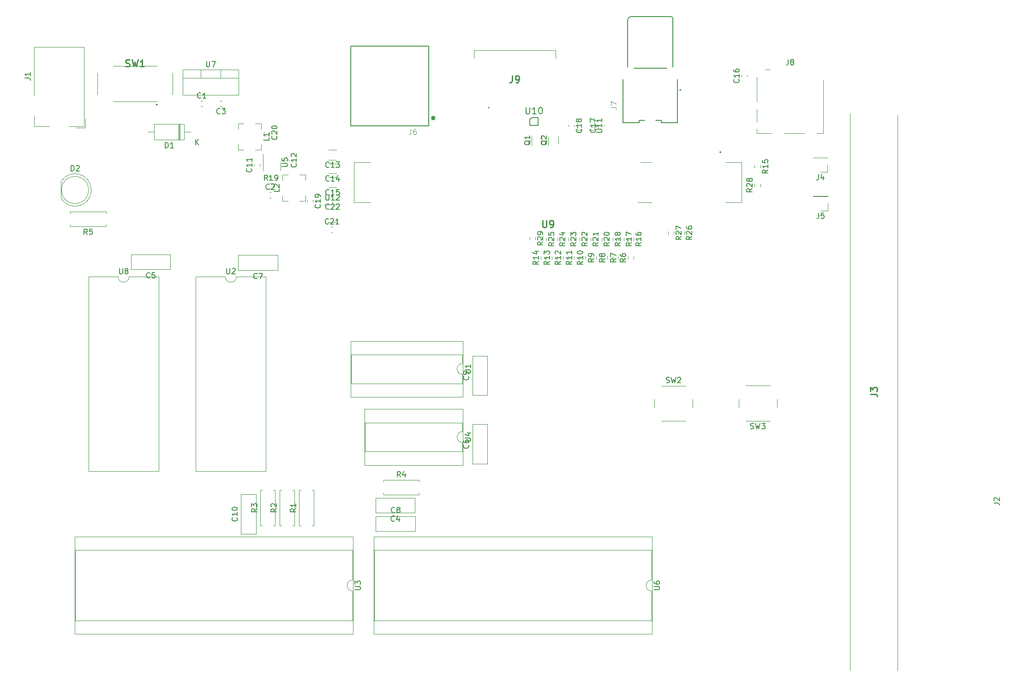
<source format=gbr>
%TF.GenerationSoftware,KiCad,Pcbnew,(5.1.9-0-10_14)*%
%TF.CreationDate,2021-03-05T15:55:50-05:00*%
%TF.ProjectId,Apple1_2layer,4170706c-6531-45f3-926c-617965722e6b,rev?*%
%TF.SameCoordinates,Original*%
%TF.FileFunction,Legend,Top*%
%TF.FilePolarity,Positive*%
%FSLAX46Y46*%
G04 Gerber Fmt 4.6, Leading zero omitted, Abs format (unit mm)*
G04 Created by KiCad (PCBNEW (5.1.9-0-10_14)) date 2021-03-05 15:55:50*
%MOMM*%
%LPD*%
G01*
G04 APERTURE LIST*
%ADD10C,0.100000*%
%ADD11C,0.200000*%
%ADD12C,0.400000*%
%ADD13C,0.127000*%
%ADD14C,0.120000*%
%ADD15C,0.150000*%
%ADD16C,0.254000*%
%ADD17C,0.015000*%
G04 APERTURE END LIST*
D10*
%TO.C,U9*%
X146314000Y-55135000D02*
X149314000Y-55135000D01*
X146314000Y-47735000D02*
X146314000Y-55135000D01*
X149314000Y-47735000D02*
X146314000Y-47735000D01*
X217414000Y-55135000D02*
X214414000Y-55135000D01*
X217414000Y-47735000D02*
X217414000Y-55135000D01*
X214414000Y-47735000D02*
X217414000Y-47735000D01*
X198364000Y-55135000D02*
X200864000Y-55135000D01*
X198864000Y-47735000D02*
X200864000Y-47735000D01*
D11*
X213514000Y-45985000D02*
X213514000Y-45985000D01*
X213514000Y-45785000D02*
X213514000Y-45785000D01*
X213514000Y-45985000D02*
G75*
G02*
X213514000Y-45785000I0J100000D01*
G01*
X213514000Y-45785000D02*
G75*
G02*
X213514000Y-45985000I0J-100000D01*
G01*
%TO.C,J9*%
X171118000Y-37712000D02*
X171118000Y-37712000D01*
X170918000Y-37712000D02*
X170918000Y-37712000D01*
D10*
X183268000Y-28592000D02*
X183268000Y-27212000D01*
X183268000Y-27212000D02*
X168268000Y-27212000D01*
X168268000Y-27212000D02*
X168268000Y-28592000D01*
D11*
X170918000Y-37712000D02*
G75*
G02*
X171118000Y-37712000I100000J0D01*
G01*
X171118000Y-37712000D02*
G75*
G02*
X170918000Y-37712000I-100000J0D01*
G01*
D12*
%TO.C,J6*%
X161037000Y-39624000D02*
G75*
G03*
X161037000Y-39624000I-200000J0D01*
G01*
D13*
X159987000Y-26454000D02*
X159987000Y-41054000D01*
X145687000Y-26454000D02*
X159987000Y-26454000D01*
X145687000Y-41054000D02*
X145687000Y-26454000D01*
X159987000Y-41054000D02*
X145687000Y-41054000D01*
D14*
%TO.C,SW2*%
X208426000Y-92789000D02*
X208426000Y-91289000D01*
X207176000Y-88789000D02*
X202676000Y-88789000D01*
X201426000Y-91289000D02*
X201426000Y-92789000D01*
X202676000Y-95289000D02*
X207176000Y-95289000D01*
D10*
%TO.C,J3*%
X246046400Y-141045400D02*
X246046400Y-39070400D01*
X237346400Y-141045400D02*
X237346400Y-38735400D01*
D14*
%TO.C,U6*%
X200897800Y-124450600D02*
X200897800Y-118990600D01*
X200897800Y-118990600D02*
X149977800Y-118990600D01*
X149977800Y-118990600D02*
X149977800Y-131910600D01*
X149977800Y-131910600D02*
X200897800Y-131910600D01*
X200897800Y-131910600D02*
X200897800Y-126450600D01*
X200957800Y-116500600D02*
X149917800Y-116500600D01*
X149917800Y-116500600D02*
X149917800Y-134400600D01*
X149917800Y-134400600D02*
X200957800Y-134400600D01*
X200957800Y-134400600D02*
X200957800Y-116500600D01*
X200897800Y-126450600D02*
G75*
G02*
X200897800Y-124450600I0J1000000D01*
G01*
%TO.C,C4*%
X157507800Y-112088600D02*
X150267800Y-112088600D01*
X157507800Y-109348600D02*
X150267800Y-109348600D01*
X157507800Y-112088600D02*
X157507800Y-109348600D01*
X150267800Y-112088600D02*
X150267800Y-109348600D01*
%TO.C,C5*%
X105386000Y-67410000D02*
X105386000Y-64670000D01*
X112626000Y-67410000D02*
X112626000Y-64670000D01*
X112626000Y-64670000D02*
X105386000Y-64670000D01*
X112626000Y-67410000D02*
X105386000Y-67410000D01*
%TO.C,C6*%
X168048000Y-103101000D02*
X168048000Y-95861000D01*
X170788000Y-103101000D02*
X170788000Y-95861000D01*
X168048000Y-103101000D02*
X170788000Y-103101000D01*
X168048000Y-95861000D02*
X170788000Y-95861000D01*
%TO.C,C7*%
X125071000Y-67537000D02*
X125071000Y-64797000D01*
X132311000Y-67537000D02*
X132311000Y-64797000D01*
X132311000Y-64797000D02*
X125071000Y-64797000D01*
X132311000Y-67537000D02*
X125071000Y-67537000D01*
%TO.C,C8*%
X157554800Y-112777600D02*
X157554800Y-115517600D01*
X150314800Y-112777600D02*
X150314800Y-115517600D01*
X150314800Y-115517600D02*
X157554800Y-115517600D01*
X150314800Y-112777600D02*
X157554800Y-112777600D01*
%TO.C,C9*%
X168048000Y-90528000D02*
X168048000Y-83288000D01*
X170788000Y-90528000D02*
X170788000Y-83288000D01*
X168048000Y-90528000D02*
X170788000Y-90528000D01*
X168048000Y-83288000D02*
X170788000Y-83288000D01*
%TO.C,D1*%
X114335000Y-43634000D02*
X114335000Y-40694000D01*
X114095000Y-43634000D02*
X114095000Y-40694000D01*
X114215000Y-43634000D02*
X114215000Y-40694000D01*
X108455000Y-42164000D02*
X109675000Y-42164000D01*
X116335000Y-42164000D02*
X115115000Y-42164000D01*
X109675000Y-43634000D02*
X115115000Y-43634000D01*
X109675000Y-40694000D02*
X109675000Y-43634000D01*
X115115000Y-40694000D02*
X109675000Y-40694000D01*
X115115000Y-43634000D02*
X115115000Y-40694000D01*
%TO.C,D2*%
X92563000Y-51287000D02*
X92563000Y-54377000D01*
X97623000Y-52832000D02*
G75*
G03*
X97623000Y-52832000I-2500000J0D01*
G01*
X98113000Y-52832462D02*
G75*
G03*
X92563000Y-51287170I-2990000J462D01*
G01*
X98113000Y-52831538D02*
G75*
G02*
X92563000Y-54376830I-2990000J-462D01*
G01*
%TO.C,Q1*%
X180732000Y-43038000D02*
X180732000Y-44338000D01*
X178932000Y-44688000D02*
X178932000Y-43038000D01*
%TO.C,Q2*%
X181980000Y-44688000D02*
X181980000Y-43038000D01*
X183780000Y-43038000D02*
X183780000Y-44338000D01*
%TO.C,R1*%
X136526400Y-114471200D02*
X136196400Y-114471200D01*
X136196400Y-114471200D02*
X136196400Y-107931200D01*
X136196400Y-107931200D02*
X136526400Y-107931200D01*
X138606400Y-114471200D02*
X138936400Y-114471200D01*
X138936400Y-114471200D02*
X138936400Y-107931200D01*
X138936400Y-107931200D02*
X138606400Y-107931200D01*
%TO.C,R2*%
X135380400Y-107931200D02*
X135050400Y-107931200D01*
X135380400Y-114471200D02*
X135380400Y-107931200D01*
X135050400Y-114471200D02*
X135380400Y-114471200D01*
X132640400Y-107931200D02*
X132970400Y-107931200D01*
X132640400Y-114471200D02*
X132640400Y-107931200D01*
X132970400Y-114471200D02*
X132640400Y-114471200D01*
%TO.C,R3*%
X131824400Y-107931200D02*
X131494400Y-107931200D01*
X131824400Y-114471200D02*
X131824400Y-107931200D01*
X131494400Y-114471200D02*
X131824400Y-114471200D01*
X129084400Y-107931200D02*
X129414400Y-107931200D01*
X129084400Y-114471200D02*
X129084400Y-107931200D01*
X129414400Y-114471200D02*
X129084400Y-114471200D01*
%TO.C,R4*%
X151720800Y-106402000D02*
X151720800Y-106072000D01*
X151720800Y-106072000D02*
X158260800Y-106072000D01*
X158260800Y-106072000D02*
X158260800Y-106402000D01*
X151720800Y-108482000D02*
X151720800Y-108812000D01*
X151720800Y-108812000D02*
X158260800Y-108812000D01*
X158260800Y-108812000D02*
X158260800Y-108482000D01*
%TO.C,R5*%
X94266000Y-56796000D02*
X94266000Y-57126000D01*
X100806000Y-56796000D02*
X94266000Y-56796000D01*
X100806000Y-57126000D02*
X100806000Y-56796000D01*
X94266000Y-59536000D02*
X94266000Y-59206000D01*
X100806000Y-59536000D02*
X94266000Y-59536000D01*
X100806000Y-59206000D02*
X100806000Y-59536000D01*
%TO.C,U11*%
X187269000Y-41781000D02*
X187269000Y-40321000D01*
X190429000Y-41781000D02*
X190429000Y-39621000D01*
X190429000Y-41781000D02*
X189499000Y-41781000D01*
X187269000Y-41781000D02*
X188199000Y-41781000D01*
%TO.C,C10*%
X125579200Y-108738800D02*
X128319200Y-108738800D01*
X125579200Y-115978800D02*
X128319200Y-115978800D01*
X128319200Y-115978800D02*
X128319200Y-108738800D01*
X125579200Y-115978800D02*
X125579200Y-108738800D01*
%TO.C,J1*%
X97042000Y-41426000D02*
X95302000Y-41426000D01*
X97042000Y-39686000D02*
X97042000Y-41426000D01*
X87602000Y-41186000D02*
X87602000Y-39186000D01*
X90402000Y-41186000D02*
X87602000Y-41186000D01*
X96802000Y-41186000D02*
X94002000Y-41186000D01*
X96802000Y-26586000D02*
X96802000Y-41186000D01*
X87602000Y-26586000D02*
X96802000Y-26586000D01*
X87602000Y-35586000D02*
X87602000Y-26586000D01*
%TO.C,J4*%
X233181200Y-46879200D02*
X230521200Y-46879200D01*
X233181200Y-46939200D02*
X233181200Y-46879200D01*
X230521200Y-46939200D02*
X230521200Y-46879200D01*
X233181200Y-46939200D02*
X230521200Y-46939200D01*
X233181200Y-48209200D02*
X233181200Y-49539200D01*
X233181200Y-49539200D02*
X231851200Y-49539200D01*
%TO.C,J5*%
X233232000Y-56600400D02*
X231902000Y-56600400D01*
X233232000Y-55270400D02*
X233232000Y-56600400D01*
X233232000Y-54000400D02*
X230572000Y-54000400D01*
X230572000Y-54000400D02*
X230572000Y-53940400D01*
X233232000Y-54000400D02*
X233232000Y-53940400D01*
X233232000Y-53940400D02*
X230572000Y-53940400D01*
D13*
%TO.C,J7*%
X202660000Y-40080000D02*
X201660000Y-40080000D01*
X204810000Y-21370000D02*
X204810000Y-30230000D01*
X197120000Y-20980000D02*
X204420000Y-20980000D01*
X196510000Y-30230000D02*
X196510000Y-21590000D01*
D11*
X206273000Y-34470000D02*
G75*
G03*
X206273000Y-34470000I-100000J0D01*
G01*
D13*
X199660000Y-40080000D02*
X198660000Y-40080000D01*
X195660000Y-40480000D02*
X195660000Y-32480000D01*
X198660000Y-40480000D02*
X195660000Y-40480000D01*
X198660000Y-40080000D02*
X198660000Y-40480000D01*
X202660000Y-40480000D02*
X202660000Y-40080000D01*
X205660000Y-40480000D02*
X202660000Y-40480000D01*
X203660000Y-30480000D02*
X197660000Y-30480000D01*
X205660000Y-40480000D02*
X205660000Y-32480000D01*
X196510000Y-21590000D02*
G75*
G02*
X197120000Y-20980000I610000J0D01*
G01*
X204420000Y-20980000D02*
G75*
G02*
X204810000Y-21370000I0J-390000D01*
G01*
D14*
%TO.C,J8*%
X220244000Y-32126000D02*
X220244000Y-36576000D01*
X220244000Y-37976000D02*
X220244000Y-40276000D01*
X220244000Y-41676000D02*
X220244000Y-42396000D01*
X220244000Y-42396000D02*
X222924000Y-42396000D01*
X225224000Y-42396000D02*
X228894000Y-42396000D01*
X231194000Y-42396000D02*
X232424000Y-42396000D01*
X232424000Y-42396000D02*
X232424000Y-32576000D01*
X221724000Y-30756000D02*
X222584000Y-30756000D01*
D11*
%TO.C,SW1*%
X110009000Y-37144000D02*
X110009000Y-37144000D01*
X110209000Y-37144000D02*
X110209000Y-37144000D01*
D10*
X110109000Y-36544000D02*
X102109000Y-36544000D01*
X99209000Y-31294000D02*
X99209000Y-35294000D01*
X110109000Y-30044000D02*
X102109000Y-30044000D01*
X113009000Y-35294000D02*
X113009000Y-31294000D01*
D11*
X110009000Y-37144000D02*
G75*
G02*
X110209000Y-37144000I100000J0D01*
G01*
X110209000Y-37144000D02*
G75*
G02*
X110009000Y-37144000I-100000J0D01*
G01*
D14*
%TO.C,SW3*%
X216897000Y-91234000D02*
X216897000Y-92734000D01*
X218147000Y-95234000D02*
X222647000Y-95234000D01*
X223897000Y-92734000D02*
X223897000Y-91234000D01*
X222647000Y-88734000D02*
X218147000Y-88734000D01*
%TO.C,U1*%
X166286800Y-90839600D02*
X166286800Y-80559600D01*
X145726800Y-90839600D02*
X166286800Y-90839600D01*
X145726800Y-80559600D02*
X145726800Y-90839600D01*
X166286800Y-80559600D02*
X145726800Y-80559600D01*
X166226800Y-88349600D02*
X166226800Y-86699600D01*
X145786800Y-88349600D02*
X166226800Y-88349600D01*
X145786800Y-83049600D02*
X145786800Y-88349600D01*
X166226800Y-83049600D02*
X145786800Y-83049600D01*
X166226800Y-84699600D02*
X166226800Y-83049600D01*
X166226800Y-86699600D02*
G75*
G02*
X166226800Y-84699600I0J1000000D01*
G01*
%TO.C,U2*%
X130158000Y-68774000D02*
X124698000Y-68774000D01*
X130158000Y-104454000D02*
X130158000Y-68774000D01*
X117238000Y-104454000D02*
X130158000Y-104454000D01*
X117238000Y-68774000D02*
X117238000Y-104454000D01*
X122698000Y-68774000D02*
X117238000Y-68774000D01*
X124698000Y-68774000D02*
G75*
G02*
X122698000Y-68774000I-1000000J0D01*
G01*
%TO.C,U3*%
X146093800Y-134400600D02*
X146093800Y-116500600D01*
X95053800Y-134400600D02*
X146093800Y-134400600D01*
X95053800Y-116500600D02*
X95053800Y-134400600D01*
X146093800Y-116500600D02*
X95053800Y-116500600D01*
X146033800Y-131910600D02*
X146033800Y-126450600D01*
X95113800Y-131910600D02*
X146033800Y-131910600D01*
X95113800Y-118990600D02*
X95113800Y-131910600D01*
X146033800Y-118990600D02*
X95113800Y-118990600D01*
X146033800Y-124450600D02*
X146033800Y-118990600D01*
X146033800Y-126450600D02*
G75*
G02*
X146033800Y-124450600I0J1000000D01*
G01*
%TO.C,U4*%
X166286800Y-103336400D02*
X166286800Y-93056400D01*
X148266800Y-103336400D02*
X166286800Y-103336400D01*
X148266800Y-93056400D02*
X148266800Y-103336400D01*
X166286800Y-93056400D02*
X148266800Y-93056400D01*
X166226800Y-100846400D02*
X166226800Y-99196400D01*
X148326800Y-100846400D02*
X166226800Y-100846400D01*
X148326800Y-95546400D02*
X148326800Y-100846400D01*
X166226800Y-95546400D02*
X148326800Y-95546400D01*
X166226800Y-97196400D02*
X166226800Y-95546400D01*
X166226800Y-99196400D02*
G75*
G02*
X166226800Y-97196400I0J1000000D01*
G01*
%TO.C,U7*%
X114895000Y-30766000D02*
X125135000Y-30766000D01*
X114895000Y-35407000D02*
X125135000Y-35407000D01*
X114895000Y-30766000D02*
X114895000Y-35407000D01*
X125135000Y-30766000D02*
X125135000Y-35407000D01*
X114895000Y-32276000D02*
X125135000Y-32276000D01*
X118165000Y-30766000D02*
X118165000Y-32276000D01*
X121866000Y-30766000D02*
X121866000Y-32276000D01*
%TO.C,U8*%
X103038400Y-68774000D02*
X97578400Y-68774000D01*
X97578400Y-68774000D02*
X97578400Y-104454000D01*
X97578400Y-104454000D02*
X110498400Y-104454000D01*
X110498400Y-104454000D02*
X110498400Y-68774000D01*
X110498400Y-68774000D02*
X105038400Y-68774000D01*
X105038400Y-68774000D02*
G75*
G02*
X103038400Y-68774000I-1000000J0D01*
G01*
D15*
%TO.C,U10*%
X180074000Y-39509000D02*
X178924000Y-39509000D01*
X180074000Y-41009000D02*
X180074000Y-39509000D01*
X178574000Y-41009000D02*
X180074000Y-41009000D01*
X178574000Y-39859000D02*
X178574000Y-41009000D01*
X178924000Y-39509000D02*
X178574000Y-39859000D01*
D14*
%TO.C,C16*%
X217422000Y-32023267D02*
X217422000Y-31730733D01*
X218442000Y-32023267D02*
X218442000Y-31730733D01*
%TO.C,C17*%
X191133000Y-41167267D02*
X191133000Y-40874733D01*
X192153000Y-41167267D02*
X192153000Y-40874733D01*
%TO.C,C18*%
X185672000Y-40874733D02*
X185672000Y-41167267D01*
X186692000Y-40874733D02*
X186692000Y-41167267D01*
%TO.C,R26*%
X205852500Y-60451276D02*
X205852500Y-60960724D01*
X206897500Y-60451276D02*
X206897500Y-60960724D01*
%TO.C,R27*%
X204992500Y-60451276D02*
X204992500Y-60960724D01*
X203947500Y-60451276D02*
X203947500Y-60960724D01*
%TO.C,C13*%
X143078252Y-47314000D02*
X141655748Y-47314000D01*
X143078252Y-45494000D02*
X141655748Y-45494000D01*
%TO.C,C14*%
X143078252Y-47985000D02*
X141655748Y-47985000D01*
X143078252Y-49805000D02*
X141655748Y-49805000D01*
%TO.C,C15*%
X143078252Y-52345000D02*
X141655748Y-52345000D01*
X143078252Y-50525000D02*
X141655748Y-50525000D01*
%TO.C,R29*%
X179592500Y-61484742D02*
X179592500Y-61959258D01*
X178547500Y-61484742D02*
X178547500Y-61959258D01*
%TO.C,R6*%
X196581500Y-65532724D02*
X196581500Y-65023276D01*
X197626500Y-65532724D02*
X197626500Y-65023276D01*
%TO.C,R7*%
X195848500Y-65532724D02*
X195848500Y-65023276D01*
X194803500Y-65532724D02*
X194803500Y-65023276D01*
%TO.C,R8*%
X193816500Y-65532724D02*
X193816500Y-65023276D01*
X192771500Y-65532724D02*
X192771500Y-65023276D01*
%TO.C,R9*%
X190739500Y-65532724D02*
X190739500Y-65023276D01*
X191784500Y-65532724D02*
X191784500Y-65023276D01*
%TO.C,R10*%
X188707500Y-65532724D02*
X188707500Y-65023276D01*
X189752500Y-65532724D02*
X189752500Y-65023276D01*
%TO.C,R11*%
X187720500Y-65532724D02*
X187720500Y-65023276D01*
X186675500Y-65532724D02*
X186675500Y-65023276D01*
%TO.C,R12*%
X184643500Y-65532724D02*
X184643500Y-65023276D01*
X185688500Y-65532724D02*
X185688500Y-65023276D01*
%TO.C,R13*%
X183656500Y-65532724D02*
X183656500Y-65023276D01*
X182611500Y-65532724D02*
X182611500Y-65023276D01*
%TO.C,R14*%
X180579500Y-65532724D02*
X180579500Y-65023276D01*
X181624500Y-65532724D02*
X181624500Y-65023276D01*
%TO.C,R15*%
X219822500Y-48259276D02*
X219822500Y-48768724D01*
X220867500Y-48259276D02*
X220867500Y-48768724D01*
%TO.C,R16*%
X196581500Y-61594276D02*
X196581500Y-62103724D01*
X197626500Y-61594276D02*
X197626500Y-62103724D01*
%TO.C,R17*%
X194803500Y-61594276D02*
X194803500Y-62103724D01*
X195848500Y-61594276D02*
X195848500Y-62103724D01*
%TO.C,R18*%
X193816500Y-61594276D02*
X193816500Y-62103724D01*
X192771500Y-61594276D02*
X192771500Y-62103724D01*
%TO.C,R20*%
X190739500Y-61594276D02*
X190739500Y-62103724D01*
X191784500Y-61594276D02*
X191784500Y-62103724D01*
%TO.C,R21*%
X189752500Y-61594276D02*
X189752500Y-62103724D01*
X188707500Y-61594276D02*
X188707500Y-62103724D01*
%TO.C,R22*%
X186675500Y-61594276D02*
X186675500Y-62103724D01*
X187720500Y-61594276D02*
X187720500Y-62103724D01*
%TO.C,R23*%
X185688500Y-61594276D02*
X185688500Y-62103724D01*
X184643500Y-61594276D02*
X184643500Y-62103724D01*
%TO.C,R24*%
X182611500Y-61594276D02*
X182611500Y-62103724D01*
X183656500Y-61594276D02*
X183656500Y-62103724D01*
%TO.C,R25*%
X181624500Y-61594276D02*
X181624500Y-62103724D01*
X180579500Y-61594276D02*
X180579500Y-62103724D01*
%TO.C,R28*%
X219822500Y-52197724D02*
X219822500Y-51688276D01*
X220867500Y-52197724D02*
X220867500Y-51688276D01*
%TO.C,C2*%
X130790733Y-54231000D02*
X131083267Y-54231000D01*
X130790733Y-53211000D02*
X131083267Y-53211000D01*
%TO.C,C11*%
X128014000Y-48406267D02*
X128014000Y-48113733D01*
X129034000Y-48406267D02*
X129034000Y-48113733D01*
%TO.C,C12*%
X134368000Y-47224733D02*
X134368000Y-47517267D01*
X133348000Y-47224733D02*
X133348000Y-47517267D01*
%TO.C,C19*%
X137756000Y-54717733D02*
X137756000Y-55010267D01*
X138776000Y-54717733D02*
X138776000Y-55010267D01*
%TO.C,C20*%
X129792000Y-42144733D02*
X129792000Y-42437267D01*
X130812000Y-42144733D02*
X130812000Y-42437267D01*
%TO.C,C21*%
X142120233Y-60581000D02*
X142412767Y-60581000D01*
X142120233Y-59561000D02*
X142412767Y-59561000D01*
%TO.C,C22*%
X142513267Y-54993000D02*
X142220733Y-54993000D01*
X142513267Y-53973000D02*
X142220733Y-53973000D01*
%TO.C,L1*%
X129237000Y-45438000D02*
X129237000Y-44413000D01*
X129237000Y-40668000D02*
X129237000Y-41693000D01*
X129237000Y-45438000D02*
X128212000Y-45438000D01*
X129237000Y-40668000D02*
X128212000Y-40668000D01*
X125017000Y-40668000D02*
X126042000Y-40668000D01*
X125017000Y-40668000D02*
X125017000Y-41693000D01*
X125017000Y-45438000D02*
X125017000Y-44413000D01*
X125017000Y-45438000D02*
X126042000Y-45438000D01*
%TO.C,L2*%
X137365000Y-50066000D02*
X136340000Y-50066000D01*
X137365000Y-50066000D02*
X137365000Y-51091000D01*
X137365000Y-54836000D02*
X137365000Y-53811000D01*
X137365000Y-54836000D02*
X136340000Y-54836000D01*
X133145000Y-54836000D02*
X134170000Y-54836000D01*
X133145000Y-50066000D02*
X134170000Y-50066000D01*
X133145000Y-54836000D02*
X133145000Y-53811000D01*
X133145000Y-50066000D02*
X133145000Y-51091000D01*
%TO.C,R19*%
X130826742Y-52592500D02*
X131301258Y-52592500D01*
X130826742Y-51547500D02*
X131301258Y-51547500D01*
%TO.C,U5*%
X129581000Y-46252000D02*
X129581000Y-49252000D01*
X132801000Y-47752000D02*
X132801000Y-49252000D01*
%TO.C,U12*%
X143267000Y-55540000D02*
X140817000Y-55540000D01*
X141467000Y-58760000D02*
X143267000Y-58760000D01*
%TO.C,C1*%
X118217733Y-36447000D02*
X118510267Y-36447000D01*
X118217733Y-37467000D02*
X118510267Y-37467000D01*
%TO.C,C3*%
X122066267Y-36447000D02*
X121773733Y-36447000D01*
X122066267Y-37467000D02*
X121773733Y-37467000D01*
%TO.C,U9*%
D16*
X180896380Y-58414523D02*
X180896380Y-59442619D01*
X180956857Y-59563571D01*
X181017333Y-59624047D01*
X181138285Y-59684523D01*
X181380190Y-59684523D01*
X181501142Y-59624047D01*
X181561619Y-59563571D01*
X181622095Y-59442619D01*
X181622095Y-58414523D01*
X182287333Y-59684523D02*
X182529238Y-59684523D01*
X182650190Y-59624047D01*
X182710666Y-59563571D01*
X182831619Y-59382142D01*
X182892095Y-59140238D01*
X182892095Y-58656428D01*
X182831619Y-58535476D01*
X182771142Y-58475000D01*
X182650190Y-58414523D01*
X182408285Y-58414523D01*
X182287333Y-58475000D01*
X182226857Y-58535476D01*
X182166380Y-58656428D01*
X182166380Y-58958809D01*
X182226857Y-59079761D01*
X182287333Y-59140238D01*
X182408285Y-59200714D01*
X182650190Y-59200714D01*
X182771142Y-59140238D01*
X182831619Y-59079761D01*
X182892095Y-58958809D01*
%TO.C,J9*%
X175344666Y-31816523D02*
X175344666Y-32723666D01*
X175284190Y-32905095D01*
X175163238Y-33026047D01*
X174981809Y-33086523D01*
X174860857Y-33086523D01*
X176009904Y-33086523D02*
X176251809Y-33086523D01*
X176372761Y-33026047D01*
X176433238Y-32965571D01*
X176554190Y-32784142D01*
X176614666Y-32542238D01*
X176614666Y-32058428D01*
X176554190Y-31937476D01*
X176493714Y-31877000D01*
X176372761Y-31816523D01*
X176130857Y-31816523D01*
X176009904Y-31877000D01*
X175949428Y-31937476D01*
X175888952Y-32058428D01*
X175888952Y-32360809D01*
X175949428Y-32481761D01*
X176009904Y-32542238D01*
X176130857Y-32602714D01*
X176372761Y-32602714D01*
X176493714Y-32542238D01*
X176554190Y-32481761D01*
X176614666Y-32360809D01*
%TO.C,J6*%
D17*
X156729255Y-41614341D02*
X156729255Y-42329689D01*
X156681565Y-42472759D01*
X156586185Y-42568139D01*
X156443116Y-42615829D01*
X156347736Y-42615829D01*
X157635363Y-41614341D02*
X157444604Y-41614341D01*
X157349224Y-41662031D01*
X157301534Y-41709720D01*
X157206154Y-41852790D01*
X157158464Y-42043550D01*
X157158464Y-42425069D01*
X157206154Y-42520449D01*
X157253844Y-42568139D01*
X157349224Y-42615829D01*
X157539984Y-42615829D01*
X157635363Y-42568139D01*
X157683053Y-42520449D01*
X157730743Y-42425069D01*
X157730743Y-42186619D01*
X157683053Y-42091240D01*
X157635363Y-42043550D01*
X157539984Y-41995860D01*
X157349224Y-41995860D01*
X157253844Y-42043550D01*
X157206154Y-42091240D01*
X157158464Y-42186619D01*
%TO.C,SW2*%
D15*
X203592666Y-88193761D02*
X203735523Y-88241380D01*
X203973619Y-88241380D01*
X204068857Y-88193761D01*
X204116476Y-88146142D01*
X204164095Y-88050904D01*
X204164095Y-87955666D01*
X204116476Y-87860428D01*
X204068857Y-87812809D01*
X203973619Y-87765190D01*
X203783142Y-87717571D01*
X203687904Y-87669952D01*
X203640285Y-87622333D01*
X203592666Y-87527095D01*
X203592666Y-87431857D01*
X203640285Y-87336619D01*
X203687904Y-87289000D01*
X203783142Y-87241380D01*
X204021238Y-87241380D01*
X204164095Y-87289000D01*
X204497428Y-87241380D02*
X204735523Y-88241380D01*
X204926000Y-87527095D01*
X205116476Y-88241380D01*
X205354571Y-87241380D01*
X205687904Y-87336619D02*
X205735523Y-87289000D01*
X205830761Y-87241380D01*
X206068857Y-87241380D01*
X206164095Y-87289000D01*
X206211714Y-87336619D01*
X206259333Y-87431857D01*
X206259333Y-87527095D01*
X206211714Y-87669952D01*
X205640285Y-88241380D01*
X206259333Y-88241380D01*
%TO.C,J3*%
D16*
X241007923Y-90313733D02*
X241915066Y-90313733D01*
X242096495Y-90374209D01*
X242217447Y-90495161D01*
X242277923Y-90676590D01*
X242277923Y-90797542D01*
X241007923Y-89829923D02*
X241007923Y-89043733D01*
X241491733Y-89467066D01*
X241491733Y-89285638D01*
X241552209Y-89164685D01*
X241612685Y-89104209D01*
X241733638Y-89043733D01*
X242036019Y-89043733D01*
X242156971Y-89104209D01*
X242217447Y-89164685D01*
X242277923Y-89285638D01*
X242277923Y-89648495D01*
X242217447Y-89769447D01*
X242156971Y-89829923D01*
%TO.C,U6*%
D15*
X201350180Y-126212504D02*
X202159704Y-126212504D01*
X202254942Y-126164885D01*
X202302561Y-126117266D01*
X202350180Y-126022028D01*
X202350180Y-125831552D01*
X202302561Y-125736314D01*
X202254942Y-125688695D01*
X202159704Y-125641076D01*
X201350180Y-125641076D01*
X201350180Y-124736314D02*
X201350180Y-124926790D01*
X201397800Y-125022028D01*
X201445419Y-125069647D01*
X201588276Y-125164885D01*
X201778752Y-125212504D01*
X202159704Y-125212504D01*
X202254942Y-125164885D01*
X202302561Y-125117266D01*
X202350180Y-125022028D01*
X202350180Y-124831552D01*
X202302561Y-124736314D01*
X202254942Y-124688695D01*
X202159704Y-124641076D01*
X201921609Y-124641076D01*
X201826371Y-124688695D01*
X201778752Y-124736314D01*
X201731133Y-124831552D01*
X201731133Y-125022028D01*
X201778752Y-125117266D01*
X201826371Y-125164885D01*
X201921609Y-125212504D01*
%TO.C,C4*%
X153721133Y-113575742D02*
X153673514Y-113623361D01*
X153530657Y-113670980D01*
X153435419Y-113670980D01*
X153292561Y-113623361D01*
X153197323Y-113528123D01*
X153149704Y-113432885D01*
X153102085Y-113242409D01*
X153102085Y-113099552D01*
X153149704Y-112909076D01*
X153197323Y-112813838D01*
X153292561Y-112718600D01*
X153435419Y-112670980D01*
X153530657Y-112670980D01*
X153673514Y-112718600D01*
X153721133Y-112766219D01*
X154578276Y-113004314D02*
X154578276Y-113670980D01*
X154340180Y-112623361D02*
X154102085Y-113337647D01*
X154721133Y-113337647D01*
%TO.C,C5*%
X108839333Y-68897142D02*
X108791714Y-68944761D01*
X108648857Y-68992380D01*
X108553619Y-68992380D01*
X108410761Y-68944761D01*
X108315523Y-68849523D01*
X108267904Y-68754285D01*
X108220285Y-68563809D01*
X108220285Y-68420952D01*
X108267904Y-68230476D01*
X108315523Y-68135238D01*
X108410761Y-68040000D01*
X108553619Y-67992380D01*
X108648857Y-67992380D01*
X108791714Y-68040000D01*
X108839333Y-68087619D01*
X109744095Y-67992380D02*
X109267904Y-67992380D01*
X109220285Y-68468571D01*
X109267904Y-68420952D01*
X109363142Y-68373333D01*
X109601238Y-68373333D01*
X109696476Y-68420952D01*
X109744095Y-68468571D01*
X109791714Y-68563809D01*
X109791714Y-68801904D01*
X109744095Y-68897142D01*
X109696476Y-68944761D01*
X109601238Y-68992380D01*
X109363142Y-68992380D01*
X109267904Y-68944761D01*
X109220285Y-68897142D01*
%TO.C,C6*%
X167275142Y-99647666D02*
X167322761Y-99695285D01*
X167370380Y-99838142D01*
X167370380Y-99933380D01*
X167322761Y-100076238D01*
X167227523Y-100171476D01*
X167132285Y-100219095D01*
X166941809Y-100266714D01*
X166798952Y-100266714D01*
X166608476Y-100219095D01*
X166513238Y-100171476D01*
X166418000Y-100076238D01*
X166370380Y-99933380D01*
X166370380Y-99838142D01*
X166418000Y-99695285D01*
X166465619Y-99647666D01*
X166370380Y-98790523D02*
X166370380Y-98981000D01*
X166418000Y-99076238D01*
X166465619Y-99123857D01*
X166608476Y-99219095D01*
X166798952Y-99266714D01*
X167179904Y-99266714D01*
X167275142Y-99219095D01*
X167322761Y-99171476D01*
X167370380Y-99076238D01*
X167370380Y-98885761D01*
X167322761Y-98790523D01*
X167275142Y-98742904D01*
X167179904Y-98695285D01*
X166941809Y-98695285D01*
X166846571Y-98742904D01*
X166798952Y-98790523D01*
X166751333Y-98885761D01*
X166751333Y-99076238D01*
X166798952Y-99171476D01*
X166846571Y-99219095D01*
X166941809Y-99266714D01*
%TO.C,C7*%
X128524333Y-69024142D02*
X128476714Y-69071761D01*
X128333857Y-69119380D01*
X128238619Y-69119380D01*
X128095761Y-69071761D01*
X128000523Y-68976523D01*
X127952904Y-68881285D01*
X127905285Y-68690809D01*
X127905285Y-68547952D01*
X127952904Y-68357476D01*
X128000523Y-68262238D01*
X128095761Y-68167000D01*
X128238619Y-68119380D01*
X128333857Y-68119380D01*
X128476714Y-68167000D01*
X128524333Y-68214619D01*
X128857666Y-68119380D02*
X129524333Y-68119380D01*
X129095761Y-69119380D01*
%TO.C,C8*%
X153768133Y-112004742D02*
X153720514Y-112052361D01*
X153577657Y-112099980D01*
X153482419Y-112099980D01*
X153339561Y-112052361D01*
X153244323Y-111957123D01*
X153196704Y-111861885D01*
X153149085Y-111671409D01*
X153149085Y-111528552D01*
X153196704Y-111338076D01*
X153244323Y-111242838D01*
X153339561Y-111147600D01*
X153482419Y-111099980D01*
X153577657Y-111099980D01*
X153720514Y-111147600D01*
X153768133Y-111195219D01*
X154339561Y-111528552D02*
X154244323Y-111480933D01*
X154196704Y-111433314D01*
X154149085Y-111338076D01*
X154149085Y-111290457D01*
X154196704Y-111195219D01*
X154244323Y-111147600D01*
X154339561Y-111099980D01*
X154530038Y-111099980D01*
X154625276Y-111147600D01*
X154672895Y-111195219D01*
X154720514Y-111290457D01*
X154720514Y-111338076D01*
X154672895Y-111433314D01*
X154625276Y-111480933D01*
X154530038Y-111528552D01*
X154339561Y-111528552D01*
X154244323Y-111576171D01*
X154196704Y-111623790D01*
X154149085Y-111719028D01*
X154149085Y-111909504D01*
X154196704Y-112004742D01*
X154244323Y-112052361D01*
X154339561Y-112099980D01*
X154530038Y-112099980D01*
X154625276Y-112052361D01*
X154672895Y-112004742D01*
X154720514Y-111909504D01*
X154720514Y-111719028D01*
X154672895Y-111623790D01*
X154625276Y-111576171D01*
X154530038Y-111528552D01*
%TO.C,C9*%
X167275142Y-87074666D02*
X167322761Y-87122285D01*
X167370380Y-87265142D01*
X167370380Y-87360380D01*
X167322761Y-87503238D01*
X167227523Y-87598476D01*
X167132285Y-87646095D01*
X166941809Y-87693714D01*
X166798952Y-87693714D01*
X166608476Y-87646095D01*
X166513238Y-87598476D01*
X166418000Y-87503238D01*
X166370380Y-87360380D01*
X166370380Y-87265142D01*
X166418000Y-87122285D01*
X166465619Y-87074666D01*
X167370380Y-86598476D02*
X167370380Y-86408000D01*
X167322761Y-86312761D01*
X167275142Y-86265142D01*
X167132285Y-86169904D01*
X166941809Y-86122285D01*
X166560857Y-86122285D01*
X166465619Y-86169904D01*
X166418000Y-86217523D01*
X166370380Y-86312761D01*
X166370380Y-86503238D01*
X166418000Y-86598476D01*
X166465619Y-86646095D01*
X166560857Y-86693714D01*
X166798952Y-86693714D01*
X166894190Y-86646095D01*
X166941809Y-86598476D01*
X166989428Y-86503238D01*
X166989428Y-86312761D01*
X166941809Y-86217523D01*
X166894190Y-86169904D01*
X166798952Y-86122285D01*
%TO.C,D1*%
X111656904Y-45086380D02*
X111656904Y-44086380D01*
X111895000Y-44086380D01*
X112037857Y-44134000D01*
X112133095Y-44229238D01*
X112180714Y-44324476D01*
X112228333Y-44514952D01*
X112228333Y-44657809D01*
X112180714Y-44848285D01*
X112133095Y-44943523D01*
X112037857Y-45038761D01*
X111895000Y-45086380D01*
X111656904Y-45086380D01*
X113180714Y-45086380D02*
X112609285Y-45086380D01*
X112895000Y-45086380D02*
X112895000Y-44086380D01*
X112799761Y-44229238D01*
X112704523Y-44324476D01*
X112609285Y-44372095D01*
X117213095Y-44516380D02*
X117213095Y-43516380D01*
X117784523Y-44516380D02*
X117355952Y-43944952D01*
X117784523Y-43516380D02*
X117213095Y-44087809D01*
%TO.C,D2*%
X94384904Y-49324380D02*
X94384904Y-48324380D01*
X94623000Y-48324380D01*
X94765857Y-48372000D01*
X94861095Y-48467238D01*
X94908714Y-48562476D01*
X94956333Y-48752952D01*
X94956333Y-48895809D01*
X94908714Y-49086285D01*
X94861095Y-49181523D01*
X94765857Y-49276761D01*
X94623000Y-49324380D01*
X94384904Y-49324380D01*
X95337285Y-48419619D02*
X95384904Y-48372000D01*
X95480142Y-48324380D01*
X95718238Y-48324380D01*
X95813476Y-48372000D01*
X95861095Y-48419619D01*
X95908714Y-48514857D01*
X95908714Y-48610095D01*
X95861095Y-48752952D01*
X95289666Y-49324380D01*
X95908714Y-49324380D01*
%TO.C,Q1*%
X178679619Y-43783238D02*
X178632000Y-43878476D01*
X178536761Y-43973714D01*
X178393904Y-44116571D01*
X178346285Y-44211809D01*
X178346285Y-44307047D01*
X178584380Y-44259428D02*
X178536761Y-44354666D01*
X178441523Y-44449904D01*
X178251047Y-44497523D01*
X177917714Y-44497523D01*
X177727238Y-44449904D01*
X177632000Y-44354666D01*
X177584380Y-44259428D01*
X177584380Y-44068952D01*
X177632000Y-43973714D01*
X177727238Y-43878476D01*
X177917714Y-43830857D01*
X178251047Y-43830857D01*
X178441523Y-43878476D01*
X178536761Y-43973714D01*
X178584380Y-44068952D01*
X178584380Y-44259428D01*
X178584380Y-42878476D02*
X178584380Y-43449904D01*
X178584380Y-43164190D02*
X177584380Y-43164190D01*
X177727238Y-43259428D01*
X177822476Y-43354666D01*
X177870095Y-43449904D01*
%TO.C,Q2*%
X181727619Y-43783238D02*
X181680000Y-43878476D01*
X181584761Y-43973714D01*
X181441904Y-44116571D01*
X181394285Y-44211809D01*
X181394285Y-44307047D01*
X181632380Y-44259428D02*
X181584761Y-44354666D01*
X181489523Y-44449904D01*
X181299047Y-44497523D01*
X180965714Y-44497523D01*
X180775238Y-44449904D01*
X180680000Y-44354666D01*
X180632380Y-44259428D01*
X180632380Y-44068952D01*
X180680000Y-43973714D01*
X180775238Y-43878476D01*
X180965714Y-43830857D01*
X181299047Y-43830857D01*
X181489523Y-43878476D01*
X181584761Y-43973714D01*
X181632380Y-44068952D01*
X181632380Y-44259428D01*
X180727619Y-43449904D02*
X180680000Y-43402285D01*
X180632380Y-43307047D01*
X180632380Y-43068952D01*
X180680000Y-42973714D01*
X180727619Y-42926095D01*
X180822857Y-42878476D01*
X180918095Y-42878476D01*
X181060952Y-42926095D01*
X181632380Y-43497523D01*
X181632380Y-42878476D01*
%TO.C,R1*%
X135648780Y-111367866D02*
X135172590Y-111701200D01*
X135648780Y-111939295D02*
X134648780Y-111939295D01*
X134648780Y-111558342D01*
X134696400Y-111463104D01*
X134744019Y-111415485D01*
X134839257Y-111367866D01*
X134982114Y-111367866D01*
X135077352Y-111415485D01*
X135124971Y-111463104D01*
X135172590Y-111558342D01*
X135172590Y-111939295D01*
X135648780Y-110415485D02*
X135648780Y-110986914D01*
X135648780Y-110701200D02*
X134648780Y-110701200D01*
X134791638Y-110796438D01*
X134886876Y-110891676D01*
X134934495Y-110986914D01*
%TO.C,R2*%
X132092780Y-111367866D02*
X131616590Y-111701200D01*
X132092780Y-111939295D02*
X131092780Y-111939295D01*
X131092780Y-111558342D01*
X131140400Y-111463104D01*
X131188019Y-111415485D01*
X131283257Y-111367866D01*
X131426114Y-111367866D01*
X131521352Y-111415485D01*
X131568971Y-111463104D01*
X131616590Y-111558342D01*
X131616590Y-111939295D01*
X131188019Y-110986914D02*
X131140400Y-110939295D01*
X131092780Y-110844057D01*
X131092780Y-110605961D01*
X131140400Y-110510723D01*
X131188019Y-110463104D01*
X131283257Y-110415485D01*
X131378495Y-110415485D01*
X131521352Y-110463104D01*
X132092780Y-111034533D01*
X132092780Y-110415485D01*
%TO.C,R3*%
X128536780Y-111367866D02*
X128060590Y-111701200D01*
X128536780Y-111939295D02*
X127536780Y-111939295D01*
X127536780Y-111558342D01*
X127584400Y-111463104D01*
X127632019Y-111415485D01*
X127727257Y-111367866D01*
X127870114Y-111367866D01*
X127965352Y-111415485D01*
X128012971Y-111463104D01*
X128060590Y-111558342D01*
X128060590Y-111939295D01*
X127536780Y-111034533D02*
X127536780Y-110415485D01*
X127917733Y-110748819D01*
X127917733Y-110605961D01*
X127965352Y-110510723D01*
X128012971Y-110463104D01*
X128108209Y-110415485D01*
X128346304Y-110415485D01*
X128441542Y-110463104D01*
X128489161Y-110510723D01*
X128536780Y-110605961D01*
X128536780Y-110891676D01*
X128489161Y-110986914D01*
X128441542Y-111034533D01*
%TO.C,R4*%
X154824133Y-105524380D02*
X154490800Y-105048190D01*
X154252704Y-105524380D02*
X154252704Y-104524380D01*
X154633657Y-104524380D01*
X154728895Y-104572000D01*
X154776514Y-104619619D01*
X154824133Y-104714857D01*
X154824133Y-104857714D01*
X154776514Y-104952952D01*
X154728895Y-105000571D01*
X154633657Y-105048190D01*
X154252704Y-105048190D01*
X155681276Y-104857714D02*
X155681276Y-105524380D01*
X155443180Y-104476761D02*
X155205085Y-105191047D01*
X155824133Y-105191047D01*
%TO.C,R5*%
X97369333Y-60988380D02*
X97036000Y-60512190D01*
X96797904Y-60988380D02*
X96797904Y-59988380D01*
X97178857Y-59988380D01*
X97274095Y-60036000D01*
X97321714Y-60083619D01*
X97369333Y-60178857D01*
X97369333Y-60321714D01*
X97321714Y-60416952D01*
X97274095Y-60464571D01*
X97178857Y-60512190D01*
X96797904Y-60512190D01*
X98274095Y-59988380D02*
X97797904Y-59988380D01*
X97750285Y-60464571D01*
X97797904Y-60416952D01*
X97893142Y-60369333D01*
X98131238Y-60369333D01*
X98226476Y-60416952D01*
X98274095Y-60464571D01*
X98321714Y-60559809D01*
X98321714Y-60797904D01*
X98274095Y-60893142D01*
X98226476Y-60940761D01*
X98131238Y-60988380D01*
X97893142Y-60988380D01*
X97797904Y-60940761D01*
X97750285Y-60893142D01*
%TO.C,U11*%
X190801380Y-42259095D02*
X191610904Y-42259095D01*
X191706142Y-42211476D01*
X191753761Y-42163857D01*
X191801380Y-42068619D01*
X191801380Y-41878142D01*
X191753761Y-41782904D01*
X191706142Y-41735285D01*
X191610904Y-41687666D01*
X190801380Y-41687666D01*
X191801380Y-40687666D02*
X191801380Y-41259095D01*
X191801380Y-40973380D02*
X190801380Y-40973380D01*
X190944238Y-41068619D01*
X191039476Y-41163857D01*
X191087095Y-41259095D01*
X191801380Y-39735285D02*
X191801380Y-40306714D01*
X191801380Y-40021000D02*
X190801380Y-40021000D01*
X190944238Y-40116238D01*
X191039476Y-40211476D01*
X191087095Y-40306714D01*
%TO.C,C10*%
X124806342Y-113001657D02*
X124853961Y-113049276D01*
X124901580Y-113192133D01*
X124901580Y-113287371D01*
X124853961Y-113430228D01*
X124758723Y-113525466D01*
X124663485Y-113573085D01*
X124473009Y-113620704D01*
X124330152Y-113620704D01*
X124139676Y-113573085D01*
X124044438Y-113525466D01*
X123949200Y-113430228D01*
X123901580Y-113287371D01*
X123901580Y-113192133D01*
X123949200Y-113049276D01*
X123996819Y-113001657D01*
X124901580Y-112049276D02*
X124901580Y-112620704D01*
X124901580Y-112334990D02*
X123901580Y-112334990D01*
X124044438Y-112430228D01*
X124139676Y-112525466D01*
X124187295Y-112620704D01*
X123901580Y-111430228D02*
X123901580Y-111334990D01*
X123949200Y-111239752D01*
X123996819Y-111192133D01*
X124092057Y-111144514D01*
X124282533Y-111096895D01*
X124520628Y-111096895D01*
X124711104Y-111144514D01*
X124806342Y-111192133D01*
X124853961Y-111239752D01*
X124901580Y-111334990D01*
X124901580Y-111430228D01*
X124853961Y-111525466D01*
X124806342Y-111573085D01*
X124711104Y-111620704D01*
X124520628Y-111668323D01*
X124282533Y-111668323D01*
X124092057Y-111620704D01*
X123996819Y-111573085D01*
X123949200Y-111525466D01*
X123901580Y-111430228D01*
%TO.C,J1*%
X85904380Y-32269333D02*
X86618666Y-32269333D01*
X86761523Y-32316952D01*
X86856761Y-32412190D01*
X86904380Y-32555047D01*
X86904380Y-32650285D01*
X86904380Y-31269333D02*
X86904380Y-31840761D01*
X86904380Y-31555047D02*
X85904380Y-31555047D01*
X86047238Y-31650285D01*
X86142476Y-31745523D01*
X86190095Y-31840761D01*
%TO.C,J2*%
X263705980Y-110315333D02*
X264420266Y-110315333D01*
X264563123Y-110362952D01*
X264658361Y-110458190D01*
X264705980Y-110601047D01*
X264705980Y-110696285D01*
X263801219Y-109886761D02*
X263753600Y-109839142D01*
X263705980Y-109743904D01*
X263705980Y-109505809D01*
X263753600Y-109410571D01*
X263801219Y-109362952D01*
X263896457Y-109315333D01*
X263991695Y-109315333D01*
X264134552Y-109362952D01*
X264705980Y-109934380D01*
X264705980Y-109315333D01*
%TO.C,J4*%
X231517866Y-49991580D02*
X231517866Y-50705866D01*
X231470247Y-50848723D01*
X231375009Y-50943961D01*
X231232152Y-50991580D01*
X231136914Y-50991580D01*
X232422628Y-50324914D02*
X232422628Y-50991580D01*
X232184533Y-49943961D02*
X231946438Y-50658247D01*
X232565485Y-50658247D01*
%TO.C,J5*%
X231568666Y-57052780D02*
X231568666Y-57767066D01*
X231521047Y-57909923D01*
X231425809Y-58005161D01*
X231282952Y-58052780D01*
X231187714Y-58052780D01*
X232521047Y-57052780D02*
X232044857Y-57052780D01*
X231997238Y-57528971D01*
X232044857Y-57481352D01*
X232140095Y-57433733D01*
X232378190Y-57433733D01*
X232473428Y-57481352D01*
X232521047Y-57528971D01*
X232568666Y-57624209D01*
X232568666Y-57862304D01*
X232521047Y-57957542D01*
X232473428Y-58005161D01*
X232378190Y-58052780D01*
X232140095Y-58052780D01*
X232044857Y-58005161D01*
X231997238Y-57957542D01*
%TO.C,J7*%
D17*
X193418447Y-37633618D02*
X194138594Y-37633618D01*
X194282623Y-37681628D01*
X194378642Y-37777647D01*
X194426652Y-37921676D01*
X194426652Y-38017696D01*
X193418447Y-37249540D02*
X193418447Y-36577403D01*
X194426652Y-37009491D01*
%TO.C,J8*%
D15*
X225980666Y-28848380D02*
X225980666Y-29562666D01*
X225933047Y-29705523D01*
X225837809Y-29800761D01*
X225694952Y-29848380D01*
X225599714Y-29848380D01*
X226599714Y-29276952D02*
X226504476Y-29229333D01*
X226456857Y-29181714D01*
X226409238Y-29086476D01*
X226409238Y-29038857D01*
X226456857Y-28943619D01*
X226504476Y-28896000D01*
X226599714Y-28848380D01*
X226790190Y-28848380D01*
X226885428Y-28896000D01*
X226933047Y-28943619D01*
X226980666Y-29038857D01*
X226980666Y-29086476D01*
X226933047Y-29181714D01*
X226885428Y-29229333D01*
X226790190Y-29276952D01*
X226599714Y-29276952D01*
X226504476Y-29324571D01*
X226456857Y-29372190D01*
X226409238Y-29467428D01*
X226409238Y-29657904D01*
X226456857Y-29753142D01*
X226504476Y-29800761D01*
X226599714Y-29848380D01*
X226790190Y-29848380D01*
X226885428Y-29800761D01*
X226933047Y-29753142D01*
X226980666Y-29657904D01*
X226980666Y-29467428D01*
X226933047Y-29372190D01*
X226885428Y-29324571D01*
X226790190Y-29276952D01*
%TO.C,SW1*%
D16*
X104415666Y-30111047D02*
X104597095Y-30171523D01*
X104899476Y-30171523D01*
X105020428Y-30111047D01*
X105080904Y-30050571D01*
X105141380Y-29929619D01*
X105141380Y-29808666D01*
X105080904Y-29687714D01*
X105020428Y-29627238D01*
X104899476Y-29566761D01*
X104657571Y-29506285D01*
X104536619Y-29445809D01*
X104476142Y-29385333D01*
X104415666Y-29264380D01*
X104415666Y-29143428D01*
X104476142Y-29022476D01*
X104536619Y-28962000D01*
X104657571Y-28901523D01*
X104959952Y-28901523D01*
X105141380Y-28962000D01*
X105564714Y-28901523D02*
X105867095Y-30171523D01*
X106109000Y-29264380D01*
X106350904Y-30171523D01*
X106653285Y-28901523D01*
X107802333Y-30171523D02*
X107076619Y-30171523D01*
X107439476Y-30171523D02*
X107439476Y-28901523D01*
X107318523Y-29082952D01*
X107197571Y-29203904D01*
X107076619Y-29264380D01*
%TO.C,SW3*%
D15*
X219063666Y-96638761D02*
X219206523Y-96686380D01*
X219444619Y-96686380D01*
X219539857Y-96638761D01*
X219587476Y-96591142D01*
X219635095Y-96495904D01*
X219635095Y-96400666D01*
X219587476Y-96305428D01*
X219539857Y-96257809D01*
X219444619Y-96210190D01*
X219254142Y-96162571D01*
X219158904Y-96114952D01*
X219111285Y-96067333D01*
X219063666Y-95972095D01*
X219063666Y-95876857D01*
X219111285Y-95781619D01*
X219158904Y-95734000D01*
X219254142Y-95686380D01*
X219492238Y-95686380D01*
X219635095Y-95734000D01*
X219968428Y-95686380D02*
X220206523Y-96686380D01*
X220397000Y-95972095D01*
X220587476Y-96686380D01*
X220825571Y-95686380D01*
X221111285Y-95686380D02*
X221730333Y-95686380D01*
X221397000Y-96067333D01*
X221539857Y-96067333D01*
X221635095Y-96114952D01*
X221682714Y-96162571D01*
X221730333Y-96257809D01*
X221730333Y-96495904D01*
X221682714Y-96591142D01*
X221635095Y-96638761D01*
X221539857Y-96686380D01*
X221254142Y-96686380D01*
X221158904Y-96638761D01*
X221111285Y-96591142D01*
%TO.C,U1*%
X166679180Y-86461504D02*
X167488704Y-86461504D01*
X167583942Y-86413885D01*
X167631561Y-86366266D01*
X167679180Y-86271028D01*
X167679180Y-86080552D01*
X167631561Y-85985314D01*
X167583942Y-85937695D01*
X167488704Y-85890076D01*
X166679180Y-85890076D01*
X167679180Y-84890076D02*
X167679180Y-85461504D01*
X167679180Y-85175790D02*
X166679180Y-85175790D01*
X166822038Y-85271028D01*
X166917276Y-85366266D01*
X166964895Y-85461504D01*
%TO.C,U2*%
X122936095Y-67226380D02*
X122936095Y-68035904D01*
X122983714Y-68131142D01*
X123031333Y-68178761D01*
X123126571Y-68226380D01*
X123317047Y-68226380D01*
X123412285Y-68178761D01*
X123459904Y-68131142D01*
X123507523Y-68035904D01*
X123507523Y-67226380D01*
X123936095Y-67321619D02*
X123983714Y-67274000D01*
X124078952Y-67226380D01*
X124317047Y-67226380D01*
X124412285Y-67274000D01*
X124459904Y-67321619D01*
X124507523Y-67416857D01*
X124507523Y-67512095D01*
X124459904Y-67654952D01*
X123888476Y-68226380D01*
X124507523Y-68226380D01*
%TO.C,U3*%
X146486180Y-126212504D02*
X147295704Y-126212504D01*
X147390942Y-126164885D01*
X147438561Y-126117266D01*
X147486180Y-126022028D01*
X147486180Y-125831552D01*
X147438561Y-125736314D01*
X147390942Y-125688695D01*
X147295704Y-125641076D01*
X146486180Y-125641076D01*
X146486180Y-125260123D02*
X146486180Y-124641076D01*
X146867133Y-124974409D01*
X146867133Y-124831552D01*
X146914752Y-124736314D01*
X146962371Y-124688695D01*
X147057609Y-124641076D01*
X147295704Y-124641076D01*
X147390942Y-124688695D01*
X147438561Y-124736314D01*
X147486180Y-124831552D01*
X147486180Y-125117266D01*
X147438561Y-125212504D01*
X147390942Y-125260123D01*
%TO.C,U4*%
X166679180Y-98958304D02*
X167488704Y-98958304D01*
X167583942Y-98910685D01*
X167631561Y-98863066D01*
X167679180Y-98767828D01*
X167679180Y-98577352D01*
X167631561Y-98482114D01*
X167583942Y-98434495D01*
X167488704Y-98386876D01*
X166679180Y-98386876D01*
X167012514Y-97482114D02*
X167679180Y-97482114D01*
X166631561Y-97720209D02*
X167345847Y-97958304D01*
X167345847Y-97339257D01*
%TO.C,U7*%
X119253095Y-29218380D02*
X119253095Y-30027904D01*
X119300714Y-30123142D01*
X119348333Y-30170761D01*
X119443571Y-30218380D01*
X119634047Y-30218380D01*
X119729285Y-30170761D01*
X119776904Y-30123142D01*
X119824523Y-30027904D01*
X119824523Y-29218380D01*
X120205476Y-29218380D02*
X120872142Y-29218380D01*
X120443571Y-30218380D01*
%TO.C,U8*%
X103276495Y-67226380D02*
X103276495Y-68035904D01*
X103324114Y-68131142D01*
X103371733Y-68178761D01*
X103466971Y-68226380D01*
X103657447Y-68226380D01*
X103752685Y-68178761D01*
X103800304Y-68131142D01*
X103847923Y-68035904D01*
X103847923Y-67226380D01*
X104466971Y-67654952D02*
X104371733Y-67607333D01*
X104324114Y-67559714D01*
X104276495Y-67464476D01*
X104276495Y-67416857D01*
X104324114Y-67321619D01*
X104371733Y-67274000D01*
X104466971Y-67226380D01*
X104657447Y-67226380D01*
X104752685Y-67274000D01*
X104800304Y-67321619D01*
X104847923Y-67416857D01*
X104847923Y-67464476D01*
X104800304Y-67559714D01*
X104752685Y-67607333D01*
X104657447Y-67654952D01*
X104466971Y-67654952D01*
X104371733Y-67702571D01*
X104324114Y-67750190D01*
X104276495Y-67845428D01*
X104276495Y-68035904D01*
X104324114Y-68131142D01*
X104371733Y-68178761D01*
X104466971Y-68226380D01*
X104657447Y-68226380D01*
X104752685Y-68178761D01*
X104800304Y-68131142D01*
X104847923Y-68035904D01*
X104847923Y-67845428D01*
X104800304Y-67750190D01*
X104752685Y-67702571D01*
X104657447Y-67654952D01*
%TO.C,U10*%
X177838285Y-37651857D02*
X177838285Y-38623285D01*
X177895428Y-38737571D01*
X177952571Y-38794714D01*
X178066857Y-38851857D01*
X178295428Y-38851857D01*
X178409714Y-38794714D01*
X178466857Y-38737571D01*
X178524000Y-38623285D01*
X178524000Y-37651857D01*
X179724000Y-38851857D02*
X179038285Y-38851857D01*
X179381142Y-38851857D02*
X179381142Y-37651857D01*
X179266857Y-37823285D01*
X179152571Y-37937571D01*
X179038285Y-37994714D01*
X180466857Y-37651857D02*
X180581142Y-37651857D01*
X180695428Y-37709000D01*
X180752571Y-37766142D01*
X180809714Y-37880428D01*
X180866857Y-38109000D01*
X180866857Y-38394714D01*
X180809714Y-38623285D01*
X180752571Y-38737571D01*
X180695428Y-38794714D01*
X180581142Y-38851857D01*
X180466857Y-38851857D01*
X180352571Y-38794714D01*
X180295428Y-38737571D01*
X180238285Y-38623285D01*
X180181142Y-38394714D01*
X180181142Y-38109000D01*
X180238285Y-37880428D01*
X180295428Y-37766142D01*
X180352571Y-37709000D01*
X180466857Y-37651857D01*
%TO.C,C16*%
X216859142Y-32519857D02*
X216906761Y-32567476D01*
X216954380Y-32710333D01*
X216954380Y-32805571D01*
X216906761Y-32948428D01*
X216811523Y-33043666D01*
X216716285Y-33091285D01*
X216525809Y-33138904D01*
X216382952Y-33138904D01*
X216192476Y-33091285D01*
X216097238Y-33043666D01*
X216002000Y-32948428D01*
X215954380Y-32805571D01*
X215954380Y-32710333D01*
X216002000Y-32567476D01*
X216049619Y-32519857D01*
X216954380Y-31567476D02*
X216954380Y-32138904D01*
X216954380Y-31853190D02*
X215954380Y-31853190D01*
X216097238Y-31948428D01*
X216192476Y-32043666D01*
X216240095Y-32138904D01*
X215954380Y-30710333D02*
X215954380Y-30900809D01*
X216002000Y-30996047D01*
X216049619Y-31043666D01*
X216192476Y-31138904D01*
X216382952Y-31186523D01*
X216763904Y-31186523D01*
X216859142Y-31138904D01*
X216906761Y-31091285D01*
X216954380Y-30996047D01*
X216954380Y-30805571D01*
X216906761Y-30710333D01*
X216859142Y-30662714D01*
X216763904Y-30615095D01*
X216525809Y-30615095D01*
X216430571Y-30662714D01*
X216382952Y-30710333D01*
X216335333Y-30805571D01*
X216335333Y-30996047D01*
X216382952Y-31091285D01*
X216430571Y-31138904D01*
X216525809Y-31186523D01*
%TO.C,C17*%
X190570142Y-41663857D02*
X190617761Y-41711476D01*
X190665380Y-41854333D01*
X190665380Y-41949571D01*
X190617761Y-42092428D01*
X190522523Y-42187666D01*
X190427285Y-42235285D01*
X190236809Y-42282904D01*
X190093952Y-42282904D01*
X189903476Y-42235285D01*
X189808238Y-42187666D01*
X189713000Y-42092428D01*
X189665380Y-41949571D01*
X189665380Y-41854333D01*
X189713000Y-41711476D01*
X189760619Y-41663857D01*
X190665380Y-40711476D02*
X190665380Y-41282904D01*
X190665380Y-40997190D02*
X189665380Y-40997190D01*
X189808238Y-41092428D01*
X189903476Y-41187666D01*
X189951095Y-41282904D01*
X189665380Y-40378142D02*
X189665380Y-39711476D01*
X190665380Y-40140047D01*
%TO.C,C18*%
X187969142Y-41663857D02*
X188016761Y-41711476D01*
X188064380Y-41854333D01*
X188064380Y-41949571D01*
X188016761Y-42092428D01*
X187921523Y-42187666D01*
X187826285Y-42235285D01*
X187635809Y-42282904D01*
X187492952Y-42282904D01*
X187302476Y-42235285D01*
X187207238Y-42187666D01*
X187112000Y-42092428D01*
X187064380Y-41949571D01*
X187064380Y-41854333D01*
X187112000Y-41711476D01*
X187159619Y-41663857D01*
X188064380Y-40711476D02*
X188064380Y-41282904D01*
X188064380Y-40997190D02*
X187064380Y-40997190D01*
X187207238Y-41092428D01*
X187302476Y-41187666D01*
X187350095Y-41282904D01*
X187492952Y-40140047D02*
X187445333Y-40235285D01*
X187397714Y-40282904D01*
X187302476Y-40330523D01*
X187254857Y-40330523D01*
X187159619Y-40282904D01*
X187112000Y-40235285D01*
X187064380Y-40140047D01*
X187064380Y-39949571D01*
X187112000Y-39854333D01*
X187159619Y-39806714D01*
X187254857Y-39759095D01*
X187302476Y-39759095D01*
X187397714Y-39806714D01*
X187445333Y-39854333D01*
X187492952Y-39949571D01*
X187492952Y-40140047D01*
X187540571Y-40235285D01*
X187588190Y-40282904D01*
X187683428Y-40330523D01*
X187873904Y-40330523D01*
X187969142Y-40282904D01*
X188016761Y-40235285D01*
X188064380Y-40140047D01*
X188064380Y-39949571D01*
X188016761Y-39854333D01*
X187969142Y-39806714D01*
X187873904Y-39759095D01*
X187683428Y-39759095D01*
X187588190Y-39806714D01*
X187540571Y-39854333D01*
X187492952Y-39949571D01*
%TO.C,R26*%
X208257380Y-61348857D02*
X207781190Y-61682190D01*
X208257380Y-61920285D02*
X207257380Y-61920285D01*
X207257380Y-61539333D01*
X207305000Y-61444095D01*
X207352619Y-61396476D01*
X207447857Y-61348857D01*
X207590714Y-61348857D01*
X207685952Y-61396476D01*
X207733571Y-61444095D01*
X207781190Y-61539333D01*
X207781190Y-61920285D01*
X207352619Y-60967904D02*
X207305000Y-60920285D01*
X207257380Y-60825047D01*
X207257380Y-60586952D01*
X207305000Y-60491714D01*
X207352619Y-60444095D01*
X207447857Y-60396476D01*
X207543095Y-60396476D01*
X207685952Y-60444095D01*
X208257380Y-61015523D01*
X208257380Y-60396476D01*
X207257380Y-59539333D02*
X207257380Y-59729809D01*
X207305000Y-59825047D01*
X207352619Y-59872666D01*
X207495476Y-59967904D01*
X207685952Y-60015523D01*
X208066904Y-60015523D01*
X208162142Y-59967904D01*
X208209761Y-59920285D01*
X208257380Y-59825047D01*
X208257380Y-59634571D01*
X208209761Y-59539333D01*
X208162142Y-59491714D01*
X208066904Y-59444095D01*
X207828809Y-59444095D01*
X207733571Y-59491714D01*
X207685952Y-59539333D01*
X207638333Y-59634571D01*
X207638333Y-59825047D01*
X207685952Y-59920285D01*
X207733571Y-59967904D01*
X207828809Y-60015523D01*
%TO.C,R27*%
X206352380Y-61348857D02*
X205876190Y-61682190D01*
X206352380Y-61920285D02*
X205352380Y-61920285D01*
X205352380Y-61539333D01*
X205400000Y-61444095D01*
X205447619Y-61396476D01*
X205542857Y-61348857D01*
X205685714Y-61348857D01*
X205780952Y-61396476D01*
X205828571Y-61444095D01*
X205876190Y-61539333D01*
X205876190Y-61920285D01*
X205447619Y-60967904D02*
X205400000Y-60920285D01*
X205352380Y-60825047D01*
X205352380Y-60586952D01*
X205400000Y-60491714D01*
X205447619Y-60444095D01*
X205542857Y-60396476D01*
X205638095Y-60396476D01*
X205780952Y-60444095D01*
X206352380Y-61015523D01*
X206352380Y-60396476D01*
X205352380Y-60063142D02*
X205352380Y-59396476D01*
X206352380Y-59825047D01*
%TO.C,C13*%
X141724142Y-48611142D02*
X141676523Y-48658761D01*
X141533666Y-48706380D01*
X141438428Y-48706380D01*
X141295571Y-48658761D01*
X141200333Y-48563523D01*
X141152714Y-48468285D01*
X141105095Y-48277809D01*
X141105095Y-48134952D01*
X141152714Y-47944476D01*
X141200333Y-47849238D01*
X141295571Y-47754000D01*
X141438428Y-47706380D01*
X141533666Y-47706380D01*
X141676523Y-47754000D01*
X141724142Y-47801619D01*
X142676523Y-48706380D02*
X142105095Y-48706380D01*
X142390809Y-48706380D02*
X142390809Y-47706380D01*
X142295571Y-47849238D01*
X142200333Y-47944476D01*
X142105095Y-47992095D01*
X143009857Y-47706380D02*
X143628904Y-47706380D01*
X143295571Y-48087333D01*
X143438428Y-48087333D01*
X143533666Y-48134952D01*
X143581285Y-48182571D01*
X143628904Y-48277809D01*
X143628904Y-48515904D01*
X143581285Y-48611142D01*
X143533666Y-48658761D01*
X143438428Y-48706380D01*
X143152714Y-48706380D01*
X143057476Y-48658761D01*
X143009857Y-48611142D01*
%TO.C,C14*%
X141724142Y-51102142D02*
X141676523Y-51149761D01*
X141533666Y-51197380D01*
X141438428Y-51197380D01*
X141295571Y-51149761D01*
X141200333Y-51054523D01*
X141152714Y-50959285D01*
X141105095Y-50768809D01*
X141105095Y-50625952D01*
X141152714Y-50435476D01*
X141200333Y-50340238D01*
X141295571Y-50245000D01*
X141438428Y-50197380D01*
X141533666Y-50197380D01*
X141676523Y-50245000D01*
X141724142Y-50292619D01*
X142676523Y-51197380D02*
X142105095Y-51197380D01*
X142390809Y-51197380D02*
X142390809Y-50197380D01*
X142295571Y-50340238D01*
X142200333Y-50435476D01*
X142105095Y-50483095D01*
X143533666Y-50530714D02*
X143533666Y-51197380D01*
X143295571Y-50149761D02*
X143057476Y-50864047D01*
X143676523Y-50864047D01*
%TO.C,C15*%
X141724142Y-53642142D02*
X141676523Y-53689761D01*
X141533666Y-53737380D01*
X141438428Y-53737380D01*
X141295571Y-53689761D01*
X141200333Y-53594523D01*
X141152714Y-53499285D01*
X141105095Y-53308809D01*
X141105095Y-53165952D01*
X141152714Y-52975476D01*
X141200333Y-52880238D01*
X141295571Y-52785000D01*
X141438428Y-52737380D01*
X141533666Y-52737380D01*
X141676523Y-52785000D01*
X141724142Y-52832619D01*
X142676523Y-53737380D02*
X142105095Y-53737380D01*
X142390809Y-53737380D02*
X142390809Y-52737380D01*
X142295571Y-52880238D01*
X142200333Y-52975476D01*
X142105095Y-53023095D01*
X143581285Y-52737380D02*
X143105095Y-52737380D01*
X143057476Y-53213571D01*
X143105095Y-53165952D01*
X143200333Y-53118333D01*
X143438428Y-53118333D01*
X143533666Y-53165952D01*
X143581285Y-53213571D01*
X143628904Y-53308809D01*
X143628904Y-53546904D01*
X143581285Y-53642142D01*
X143533666Y-53689761D01*
X143438428Y-53737380D01*
X143200333Y-53737380D01*
X143105095Y-53689761D01*
X143057476Y-53642142D01*
%TO.C,R29*%
X180952380Y-62364857D02*
X180476190Y-62698190D01*
X180952380Y-62936285D02*
X179952380Y-62936285D01*
X179952380Y-62555333D01*
X180000000Y-62460095D01*
X180047619Y-62412476D01*
X180142857Y-62364857D01*
X180285714Y-62364857D01*
X180380952Y-62412476D01*
X180428571Y-62460095D01*
X180476190Y-62555333D01*
X180476190Y-62936285D01*
X180047619Y-61983904D02*
X180000000Y-61936285D01*
X179952380Y-61841047D01*
X179952380Y-61602952D01*
X180000000Y-61507714D01*
X180047619Y-61460095D01*
X180142857Y-61412476D01*
X180238095Y-61412476D01*
X180380952Y-61460095D01*
X180952380Y-62031523D01*
X180952380Y-61412476D01*
X180952380Y-60936285D02*
X180952380Y-60745809D01*
X180904761Y-60650571D01*
X180857142Y-60602952D01*
X180714285Y-60507714D01*
X180523809Y-60460095D01*
X180142857Y-60460095D01*
X180047619Y-60507714D01*
X180000000Y-60555333D01*
X179952380Y-60650571D01*
X179952380Y-60841047D01*
X180000000Y-60936285D01*
X180047619Y-60983904D01*
X180142857Y-61031523D01*
X180380952Y-61031523D01*
X180476190Y-60983904D01*
X180523809Y-60936285D01*
X180571428Y-60841047D01*
X180571428Y-60650571D01*
X180523809Y-60555333D01*
X180476190Y-60507714D01*
X180380952Y-60460095D01*
%TO.C,R6*%
X196126380Y-65444666D02*
X195650190Y-65778000D01*
X196126380Y-66016095D02*
X195126380Y-66016095D01*
X195126380Y-65635142D01*
X195174000Y-65539904D01*
X195221619Y-65492285D01*
X195316857Y-65444666D01*
X195459714Y-65444666D01*
X195554952Y-65492285D01*
X195602571Y-65539904D01*
X195650190Y-65635142D01*
X195650190Y-66016095D01*
X195126380Y-64587523D02*
X195126380Y-64778000D01*
X195174000Y-64873238D01*
X195221619Y-64920857D01*
X195364476Y-65016095D01*
X195554952Y-65063714D01*
X195935904Y-65063714D01*
X196031142Y-65016095D01*
X196078761Y-64968476D01*
X196126380Y-64873238D01*
X196126380Y-64682761D01*
X196078761Y-64587523D01*
X196031142Y-64539904D01*
X195935904Y-64492285D01*
X195697809Y-64492285D01*
X195602571Y-64539904D01*
X195554952Y-64587523D01*
X195507333Y-64682761D01*
X195507333Y-64873238D01*
X195554952Y-64968476D01*
X195602571Y-65016095D01*
X195697809Y-65063714D01*
%TO.C,R7*%
X194348380Y-65444666D02*
X193872190Y-65778000D01*
X194348380Y-66016095D02*
X193348380Y-66016095D01*
X193348380Y-65635142D01*
X193396000Y-65539904D01*
X193443619Y-65492285D01*
X193538857Y-65444666D01*
X193681714Y-65444666D01*
X193776952Y-65492285D01*
X193824571Y-65539904D01*
X193872190Y-65635142D01*
X193872190Y-66016095D01*
X193348380Y-65111333D02*
X193348380Y-64444666D01*
X194348380Y-64873238D01*
%TO.C,R8*%
X192316380Y-65444666D02*
X191840190Y-65778000D01*
X192316380Y-66016095D02*
X191316380Y-66016095D01*
X191316380Y-65635142D01*
X191364000Y-65539904D01*
X191411619Y-65492285D01*
X191506857Y-65444666D01*
X191649714Y-65444666D01*
X191744952Y-65492285D01*
X191792571Y-65539904D01*
X191840190Y-65635142D01*
X191840190Y-66016095D01*
X191744952Y-64873238D02*
X191697333Y-64968476D01*
X191649714Y-65016095D01*
X191554476Y-65063714D01*
X191506857Y-65063714D01*
X191411619Y-65016095D01*
X191364000Y-64968476D01*
X191316380Y-64873238D01*
X191316380Y-64682761D01*
X191364000Y-64587523D01*
X191411619Y-64539904D01*
X191506857Y-64492285D01*
X191554476Y-64492285D01*
X191649714Y-64539904D01*
X191697333Y-64587523D01*
X191744952Y-64682761D01*
X191744952Y-64873238D01*
X191792571Y-64968476D01*
X191840190Y-65016095D01*
X191935428Y-65063714D01*
X192125904Y-65063714D01*
X192221142Y-65016095D01*
X192268761Y-64968476D01*
X192316380Y-64873238D01*
X192316380Y-64682761D01*
X192268761Y-64587523D01*
X192221142Y-64539904D01*
X192125904Y-64492285D01*
X191935428Y-64492285D01*
X191840190Y-64539904D01*
X191792571Y-64587523D01*
X191744952Y-64682761D01*
%TO.C,R9*%
X190284380Y-65444666D02*
X189808190Y-65778000D01*
X190284380Y-66016095D02*
X189284380Y-66016095D01*
X189284380Y-65635142D01*
X189332000Y-65539904D01*
X189379619Y-65492285D01*
X189474857Y-65444666D01*
X189617714Y-65444666D01*
X189712952Y-65492285D01*
X189760571Y-65539904D01*
X189808190Y-65635142D01*
X189808190Y-66016095D01*
X190284380Y-64968476D02*
X190284380Y-64778000D01*
X190236761Y-64682761D01*
X190189142Y-64635142D01*
X190046285Y-64539904D01*
X189855809Y-64492285D01*
X189474857Y-64492285D01*
X189379619Y-64539904D01*
X189332000Y-64587523D01*
X189284380Y-64682761D01*
X189284380Y-64873238D01*
X189332000Y-64968476D01*
X189379619Y-65016095D01*
X189474857Y-65063714D01*
X189712952Y-65063714D01*
X189808190Y-65016095D01*
X189855809Y-64968476D01*
X189903428Y-64873238D01*
X189903428Y-64682761D01*
X189855809Y-64587523D01*
X189808190Y-64539904D01*
X189712952Y-64492285D01*
%TO.C,R10*%
X188252380Y-65920857D02*
X187776190Y-66254190D01*
X188252380Y-66492285D02*
X187252380Y-66492285D01*
X187252380Y-66111333D01*
X187300000Y-66016095D01*
X187347619Y-65968476D01*
X187442857Y-65920857D01*
X187585714Y-65920857D01*
X187680952Y-65968476D01*
X187728571Y-66016095D01*
X187776190Y-66111333D01*
X187776190Y-66492285D01*
X188252380Y-64968476D02*
X188252380Y-65539904D01*
X188252380Y-65254190D02*
X187252380Y-65254190D01*
X187395238Y-65349428D01*
X187490476Y-65444666D01*
X187538095Y-65539904D01*
X187252380Y-64349428D02*
X187252380Y-64254190D01*
X187300000Y-64158952D01*
X187347619Y-64111333D01*
X187442857Y-64063714D01*
X187633333Y-64016095D01*
X187871428Y-64016095D01*
X188061904Y-64063714D01*
X188157142Y-64111333D01*
X188204761Y-64158952D01*
X188252380Y-64254190D01*
X188252380Y-64349428D01*
X188204761Y-64444666D01*
X188157142Y-64492285D01*
X188061904Y-64539904D01*
X187871428Y-64587523D01*
X187633333Y-64587523D01*
X187442857Y-64539904D01*
X187347619Y-64492285D01*
X187300000Y-64444666D01*
X187252380Y-64349428D01*
%TO.C,R11*%
X186220380Y-65920857D02*
X185744190Y-66254190D01*
X186220380Y-66492285D02*
X185220380Y-66492285D01*
X185220380Y-66111333D01*
X185268000Y-66016095D01*
X185315619Y-65968476D01*
X185410857Y-65920857D01*
X185553714Y-65920857D01*
X185648952Y-65968476D01*
X185696571Y-66016095D01*
X185744190Y-66111333D01*
X185744190Y-66492285D01*
X186220380Y-64968476D02*
X186220380Y-65539904D01*
X186220380Y-65254190D02*
X185220380Y-65254190D01*
X185363238Y-65349428D01*
X185458476Y-65444666D01*
X185506095Y-65539904D01*
X186220380Y-64016095D02*
X186220380Y-64587523D01*
X186220380Y-64301809D02*
X185220380Y-64301809D01*
X185363238Y-64397047D01*
X185458476Y-64492285D01*
X185506095Y-64587523D01*
%TO.C,R12*%
X184188380Y-65920857D02*
X183712190Y-66254190D01*
X184188380Y-66492285D02*
X183188380Y-66492285D01*
X183188380Y-66111333D01*
X183236000Y-66016095D01*
X183283619Y-65968476D01*
X183378857Y-65920857D01*
X183521714Y-65920857D01*
X183616952Y-65968476D01*
X183664571Y-66016095D01*
X183712190Y-66111333D01*
X183712190Y-66492285D01*
X184188380Y-64968476D02*
X184188380Y-65539904D01*
X184188380Y-65254190D02*
X183188380Y-65254190D01*
X183331238Y-65349428D01*
X183426476Y-65444666D01*
X183474095Y-65539904D01*
X183283619Y-64587523D02*
X183236000Y-64539904D01*
X183188380Y-64444666D01*
X183188380Y-64206571D01*
X183236000Y-64111333D01*
X183283619Y-64063714D01*
X183378857Y-64016095D01*
X183474095Y-64016095D01*
X183616952Y-64063714D01*
X184188380Y-64635142D01*
X184188380Y-64016095D01*
%TO.C,R13*%
X182156380Y-65920857D02*
X181680190Y-66254190D01*
X182156380Y-66492285D02*
X181156380Y-66492285D01*
X181156380Y-66111333D01*
X181204000Y-66016095D01*
X181251619Y-65968476D01*
X181346857Y-65920857D01*
X181489714Y-65920857D01*
X181584952Y-65968476D01*
X181632571Y-66016095D01*
X181680190Y-66111333D01*
X181680190Y-66492285D01*
X182156380Y-64968476D02*
X182156380Y-65539904D01*
X182156380Y-65254190D02*
X181156380Y-65254190D01*
X181299238Y-65349428D01*
X181394476Y-65444666D01*
X181442095Y-65539904D01*
X181156380Y-64635142D02*
X181156380Y-64016095D01*
X181537333Y-64349428D01*
X181537333Y-64206571D01*
X181584952Y-64111333D01*
X181632571Y-64063714D01*
X181727809Y-64016095D01*
X181965904Y-64016095D01*
X182061142Y-64063714D01*
X182108761Y-64111333D01*
X182156380Y-64206571D01*
X182156380Y-64492285D01*
X182108761Y-64587523D01*
X182061142Y-64635142D01*
%TO.C,R14*%
X180124380Y-65920857D02*
X179648190Y-66254190D01*
X180124380Y-66492285D02*
X179124380Y-66492285D01*
X179124380Y-66111333D01*
X179172000Y-66016095D01*
X179219619Y-65968476D01*
X179314857Y-65920857D01*
X179457714Y-65920857D01*
X179552952Y-65968476D01*
X179600571Y-66016095D01*
X179648190Y-66111333D01*
X179648190Y-66492285D01*
X180124380Y-64968476D02*
X180124380Y-65539904D01*
X180124380Y-65254190D02*
X179124380Y-65254190D01*
X179267238Y-65349428D01*
X179362476Y-65444666D01*
X179410095Y-65539904D01*
X179457714Y-64111333D02*
X180124380Y-64111333D01*
X179076761Y-64349428D02*
X179791047Y-64587523D01*
X179791047Y-63968476D01*
%TO.C,R15*%
X222227380Y-49156857D02*
X221751190Y-49490190D01*
X222227380Y-49728285D02*
X221227380Y-49728285D01*
X221227380Y-49347333D01*
X221275000Y-49252095D01*
X221322619Y-49204476D01*
X221417857Y-49156857D01*
X221560714Y-49156857D01*
X221655952Y-49204476D01*
X221703571Y-49252095D01*
X221751190Y-49347333D01*
X221751190Y-49728285D01*
X222227380Y-48204476D02*
X222227380Y-48775904D01*
X222227380Y-48490190D02*
X221227380Y-48490190D01*
X221370238Y-48585428D01*
X221465476Y-48680666D01*
X221513095Y-48775904D01*
X221227380Y-47299714D02*
X221227380Y-47775904D01*
X221703571Y-47823523D01*
X221655952Y-47775904D01*
X221608333Y-47680666D01*
X221608333Y-47442571D01*
X221655952Y-47347333D01*
X221703571Y-47299714D01*
X221798809Y-47252095D01*
X222036904Y-47252095D01*
X222132142Y-47299714D01*
X222179761Y-47347333D01*
X222227380Y-47442571D01*
X222227380Y-47680666D01*
X222179761Y-47775904D01*
X222132142Y-47823523D01*
%TO.C,R16*%
X198986380Y-62491857D02*
X198510190Y-62825190D01*
X198986380Y-63063285D02*
X197986380Y-63063285D01*
X197986380Y-62682333D01*
X198034000Y-62587095D01*
X198081619Y-62539476D01*
X198176857Y-62491857D01*
X198319714Y-62491857D01*
X198414952Y-62539476D01*
X198462571Y-62587095D01*
X198510190Y-62682333D01*
X198510190Y-63063285D01*
X198986380Y-61539476D02*
X198986380Y-62110904D01*
X198986380Y-61825190D02*
X197986380Y-61825190D01*
X198129238Y-61920428D01*
X198224476Y-62015666D01*
X198272095Y-62110904D01*
X197986380Y-60682333D02*
X197986380Y-60872809D01*
X198034000Y-60968047D01*
X198081619Y-61015666D01*
X198224476Y-61110904D01*
X198414952Y-61158523D01*
X198795904Y-61158523D01*
X198891142Y-61110904D01*
X198938761Y-61063285D01*
X198986380Y-60968047D01*
X198986380Y-60777571D01*
X198938761Y-60682333D01*
X198891142Y-60634714D01*
X198795904Y-60587095D01*
X198557809Y-60587095D01*
X198462571Y-60634714D01*
X198414952Y-60682333D01*
X198367333Y-60777571D01*
X198367333Y-60968047D01*
X198414952Y-61063285D01*
X198462571Y-61110904D01*
X198557809Y-61158523D01*
%TO.C,R17*%
X197208380Y-62491857D02*
X196732190Y-62825190D01*
X197208380Y-63063285D02*
X196208380Y-63063285D01*
X196208380Y-62682333D01*
X196256000Y-62587095D01*
X196303619Y-62539476D01*
X196398857Y-62491857D01*
X196541714Y-62491857D01*
X196636952Y-62539476D01*
X196684571Y-62587095D01*
X196732190Y-62682333D01*
X196732190Y-63063285D01*
X197208380Y-61539476D02*
X197208380Y-62110904D01*
X197208380Y-61825190D02*
X196208380Y-61825190D01*
X196351238Y-61920428D01*
X196446476Y-62015666D01*
X196494095Y-62110904D01*
X196208380Y-61206142D02*
X196208380Y-60539476D01*
X197208380Y-60968047D01*
%TO.C,R18*%
X195176380Y-62491857D02*
X194700190Y-62825190D01*
X195176380Y-63063285D02*
X194176380Y-63063285D01*
X194176380Y-62682333D01*
X194224000Y-62587095D01*
X194271619Y-62539476D01*
X194366857Y-62491857D01*
X194509714Y-62491857D01*
X194604952Y-62539476D01*
X194652571Y-62587095D01*
X194700190Y-62682333D01*
X194700190Y-63063285D01*
X195176380Y-61539476D02*
X195176380Y-62110904D01*
X195176380Y-61825190D02*
X194176380Y-61825190D01*
X194319238Y-61920428D01*
X194414476Y-62015666D01*
X194462095Y-62110904D01*
X194604952Y-60968047D02*
X194557333Y-61063285D01*
X194509714Y-61110904D01*
X194414476Y-61158523D01*
X194366857Y-61158523D01*
X194271619Y-61110904D01*
X194224000Y-61063285D01*
X194176380Y-60968047D01*
X194176380Y-60777571D01*
X194224000Y-60682333D01*
X194271619Y-60634714D01*
X194366857Y-60587095D01*
X194414476Y-60587095D01*
X194509714Y-60634714D01*
X194557333Y-60682333D01*
X194604952Y-60777571D01*
X194604952Y-60968047D01*
X194652571Y-61063285D01*
X194700190Y-61110904D01*
X194795428Y-61158523D01*
X194985904Y-61158523D01*
X195081142Y-61110904D01*
X195128761Y-61063285D01*
X195176380Y-60968047D01*
X195176380Y-60777571D01*
X195128761Y-60682333D01*
X195081142Y-60634714D01*
X194985904Y-60587095D01*
X194795428Y-60587095D01*
X194700190Y-60634714D01*
X194652571Y-60682333D01*
X194604952Y-60777571D01*
%TO.C,R20*%
X193144380Y-62491857D02*
X192668190Y-62825190D01*
X193144380Y-63063285D02*
X192144380Y-63063285D01*
X192144380Y-62682333D01*
X192192000Y-62587095D01*
X192239619Y-62539476D01*
X192334857Y-62491857D01*
X192477714Y-62491857D01*
X192572952Y-62539476D01*
X192620571Y-62587095D01*
X192668190Y-62682333D01*
X192668190Y-63063285D01*
X192239619Y-62110904D02*
X192192000Y-62063285D01*
X192144380Y-61968047D01*
X192144380Y-61729952D01*
X192192000Y-61634714D01*
X192239619Y-61587095D01*
X192334857Y-61539476D01*
X192430095Y-61539476D01*
X192572952Y-61587095D01*
X193144380Y-62158523D01*
X193144380Y-61539476D01*
X192144380Y-60920428D02*
X192144380Y-60825190D01*
X192192000Y-60729952D01*
X192239619Y-60682333D01*
X192334857Y-60634714D01*
X192525333Y-60587095D01*
X192763428Y-60587095D01*
X192953904Y-60634714D01*
X193049142Y-60682333D01*
X193096761Y-60729952D01*
X193144380Y-60825190D01*
X193144380Y-60920428D01*
X193096761Y-61015666D01*
X193049142Y-61063285D01*
X192953904Y-61110904D01*
X192763428Y-61158523D01*
X192525333Y-61158523D01*
X192334857Y-61110904D01*
X192239619Y-61063285D01*
X192192000Y-61015666D01*
X192144380Y-60920428D01*
%TO.C,R21*%
X191112380Y-62491857D02*
X190636190Y-62825190D01*
X191112380Y-63063285D02*
X190112380Y-63063285D01*
X190112380Y-62682333D01*
X190160000Y-62587095D01*
X190207619Y-62539476D01*
X190302857Y-62491857D01*
X190445714Y-62491857D01*
X190540952Y-62539476D01*
X190588571Y-62587095D01*
X190636190Y-62682333D01*
X190636190Y-63063285D01*
X190207619Y-62110904D02*
X190160000Y-62063285D01*
X190112380Y-61968047D01*
X190112380Y-61729952D01*
X190160000Y-61634714D01*
X190207619Y-61587095D01*
X190302857Y-61539476D01*
X190398095Y-61539476D01*
X190540952Y-61587095D01*
X191112380Y-62158523D01*
X191112380Y-61539476D01*
X191112380Y-60587095D02*
X191112380Y-61158523D01*
X191112380Y-60872809D02*
X190112380Y-60872809D01*
X190255238Y-60968047D01*
X190350476Y-61063285D01*
X190398095Y-61158523D01*
%TO.C,R22*%
X189080380Y-62491857D02*
X188604190Y-62825190D01*
X189080380Y-63063285D02*
X188080380Y-63063285D01*
X188080380Y-62682333D01*
X188128000Y-62587095D01*
X188175619Y-62539476D01*
X188270857Y-62491857D01*
X188413714Y-62491857D01*
X188508952Y-62539476D01*
X188556571Y-62587095D01*
X188604190Y-62682333D01*
X188604190Y-63063285D01*
X188175619Y-62110904D02*
X188128000Y-62063285D01*
X188080380Y-61968047D01*
X188080380Y-61729952D01*
X188128000Y-61634714D01*
X188175619Y-61587095D01*
X188270857Y-61539476D01*
X188366095Y-61539476D01*
X188508952Y-61587095D01*
X189080380Y-62158523D01*
X189080380Y-61539476D01*
X188175619Y-61158523D02*
X188128000Y-61110904D01*
X188080380Y-61015666D01*
X188080380Y-60777571D01*
X188128000Y-60682333D01*
X188175619Y-60634714D01*
X188270857Y-60587095D01*
X188366095Y-60587095D01*
X188508952Y-60634714D01*
X189080380Y-61206142D01*
X189080380Y-60587095D01*
%TO.C,R23*%
X187048380Y-62491857D02*
X186572190Y-62825190D01*
X187048380Y-63063285D02*
X186048380Y-63063285D01*
X186048380Y-62682333D01*
X186096000Y-62587095D01*
X186143619Y-62539476D01*
X186238857Y-62491857D01*
X186381714Y-62491857D01*
X186476952Y-62539476D01*
X186524571Y-62587095D01*
X186572190Y-62682333D01*
X186572190Y-63063285D01*
X186143619Y-62110904D02*
X186096000Y-62063285D01*
X186048380Y-61968047D01*
X186048380Y-61729952D01*
X186096000Y-61634714D01*
X186143619Y-61587095D01*
X186238857Y-61539476D01*
X186334095Y-61539476D01*
X186476952Y-61587095D01*
X187048380Y-62158523D01*
X187048380Y-61539476D01*
X186048380Y-61206142D02*
X186048380Y-60587095D01*
X186429333Y-60920428D01*
X186429333Y-60777571D01*
X186476952Y-60682333D01*
X186524571Y-60634714D01*
X186619809Y-60587095D01*
X186857904Y-60587095D01*
X186953142Y-60634714D01*
X187000761Y-60682333D01*
X187048380Y-60777571D01*
X187048380Y-61063285D01*
X187000761Y-61158523D01*
X186953142Y-61206142D01*
%TO.C,R24*%
X185016380Y-62491857D02*
X184540190Y-62825190D01*
X185016380Y-63063285D02*
X184016380Y-63063285D01*
X184016380Y-62682333D01*
X184064000Y-62587095D01*
X184111619Y-62539476D01*
X184206857Y-62491857D01*
X184349714Y-62491857D01*
X184444952Y-62539476D01*
X184492571Y-62587095D01*
X184540190Y-62682333D01*
X184540190Y-63063285D01*
X184111619Y-62110904D02*
X184064000Y-62063285D01*
X184016380Y-61968047D01*
X184016380Y-61729952D01*
X184064000Y-61634714D01*
X184111619Y-61587095D01*
X184206857Y-61539476D01*
X184302095Y-61539476D01*
X184444952Y-61587095D01*
X185016380Y-62158523D01*
X185016380Y-61539476D01*
X184349714Y-60682333D02*
X185016380Y-60682333D01*
X183968761Y-60920428D02*
X184683047Y-61158523D01*
X184683047Y-60539476D01*
%TO.C,R25*%
X182984380Y-62491857D02*
X182508190Y-62825190D01*
X182984380Y-63063285D02*
X181984380Y-63063285D01*
X181984380Y-62682333D01*
X182032000Y-62587095D01*
X182079619Y-62539476D01*
X182174857Y-62491857D01*
X182317714Y-62491857D01*
X182412952Y-62539476D01*
X182460571Y-62587095D01*
X182508190Y-62682333D01*
X182508190Y-63063285D01*
X182079619Y-62110904D02*
X182032000Y-62063285D01*
X181984380Y-61968047D01*
X181984380Y-61729952D01*
X182032000Y-61634714D01*
X182079619Y-61587095D01*
X182174857Y-61539476D01*
X182270095Y-61539476D01*
X182412952Y-61587095D01*
X182984380Y-62158523D01*
X182984380Y-61539476D01*
X181984380Y-60634714D02*
X181984380Y-61110904D01*
X182460571Y-61158523D01*
X182412952Y-61110904D01*
X182365333Y-61015666D01*
X182365333Y-60777571D01*
X182412952Y-60682333D01*
X182460571Y-60634714D01*
X182555809Y-60587095D01*
X182793904Y-60587095D01*
X182889142Y-60634714D01*
X182936761Y-60682333D01*
X182984380Y-60777571D01*
X182984380Y-61015666D01*
X182936761Y-61110904D01*
X182889142Y-61158523D01*
%TO.C,R28*%
X219367380Y-52585857D02*
X218891190Y-52919190D01*
X219367380Y-53157285D02*
X218367380Y-53157285D01*
X218367380Y-52776333D01*
X218415000Y-52681095D01*
X218462619Y-52633476D01*
X218557857Y-52585857D01*
X218700714Y-52585857D01*
X218795952Y-52633476D01*
X218843571Y-52681095D01*
X218891190Y-52776333D01*
X218891190Y-53157285D01*
X218462619Y-52204904D02*
X218415000Y-52157285D01*
X218367380Y-52062047D01*
X218367380Y-51823952D01*
X218415000Y-51728714D01*
X218462619Y-51681095D01*
X218557857Y-51633476D01*
X218653095Y-51633476D01*
X218795952Y-51681095D01*
X219367380Y-52252523D01*
X219367380Y-51633476D01*
X218795952Y-51062047D02*
X218748333Y-51157285D01*
X218700714Y-51204904D01*
X218605476Y-51252523D01*
X218557857Y-51252523D01*
X218462619Y-51204904D01*
X218415000Y-51157285D01*
X218367380Y-51062047D01*
X218367380Y-50871571D01*
X218415000Y-50776333D01*
X218462619Y-50728714D01*
X218557857Y-50681095D01*
X218605476Y-50681095D01*
X218700714Y-50728714D01*
X218748333Y-50776333D01*
X218795952Y-50871571D01*
X218795952Y-51062047D01*
X218843571Y-51157285D01*
X218891190Y-51204904D01*
X218986428Y-51252523D01*
X219176904Y-51252523D01*
X219272142Y-51204904D01*
X219319761Y-51157285D01*
X219367380Y-51062047D01*
X219367380Y-50871571D01*
X219319761Y-50776333D01*
X219272142Y-50728714D01*
X219176904Y-50681095D01*
X218986428Y-50681095D01*
X218891190Y-50728714D01*
X218843571Y-50776333D01*
X218795952Y-50871571D01*
%TO.C,C2*%
X130770333Y-52648142D02*
X130722714Y-52695761D01*
X130579857Y-52743380D01*
X130484619Y-52743380D01*
X130341761Y-52695761D01*
X130246523Y-52600523D01*
X130198904Y-52505285D01*
X130151285Y-52314809D01*
X130151285Y-52171952D01*
X130198904Y-51981476D01*
X130246523Y-51886238D01*
X130341761Y-51791000D01*
X130484619Y-51743380D01*
X130579857Y-51743380D01*
X130722714Y-51791000D01*
X130770333Y-51838619D01*
X131151285Y-51838619D02*
X131198904Y-51791000D01*
X131294142Y-51743380D01*
X131532238Y-51743380D01*
X131627476Y-51791000D01*
X131675095Y-51838619D01*
X131722714Y-51933857D01*
X131722714Y-52029095D01*
X131675095Y-52171952D01*
X131103666Y-52743380D01*
X131722714Y-52743380D01*
%TO.C,C11*%
X127451142Y-48902857D02*
X127498761Y-48950476D01*
X127546380Y-49093333D01*
X127546380Y-49188571D01*
X127498761Y-49331428D01*
X127403523Y-49426666D01*
X127308285Y-49474285D01*
X127117809Y-49521904D01*
X126974952Y-49521904D01*
X126784476Y-49474285D01*
X126689238Y-49426666D01*
X126594000Y-49331428D01*
X126546380Y-49188571D01*
X126546380Y-49093333D01*
X126594000Y-48950476D01*
X126641619Y-48902857D01*
X127546380Y-47950476D02*
X127546380Y-48521904D01*
X127546380Y-48236190D02*
X126546380Y-48236190D01*
X126689238Y-48331428D01*
X126784476Y-48426666D01*
X126832095Y-48521904D01*
X127546380Y-46998095D02*
X127546380Y-47569523D01*
X127546380Y-47283809D02*
X126546380Y-47283809D01*
X126689238Y-47379047D01*
X126784476Y-47474285D01*
X126832095Y-47569523D01*
%TO.C,C12*%
X135645142Y-48013857D02*
X135692761Y-48061476D01*
X135740380Y-48204333D01*
X135740380Y-48299571D01*
X135692761Y-48442428D01*
X135597523Y-48537666D01*
X135502285Y-48585285D01*
X135311809Y-48632904D01*
X135168952Y-48632904D01*
X134978476Y-48585285D01*
X134883238Y-48537666D01*
X134788000Y-48442428D01*
X134740380Y-48299571D01*
X134740380Y-48204333D01*
X134788000Y-48061476D01*
X134835619Y-48013857D01*
X135740380Y-47061476D02*
X135740380Y-47632904D01*
X135740380Y-47347190D02*
X134740380Y-47347190D01*
X134883238Y-47442428D01*
X134978476Y-47537666D01*
X135026095Y-47632904D01*
X134835619Y-46680523D02*
X134788000Y-46632904D01*
X134740380Y-46537666D01*
X134740380Y-46299571D01*
X134788000Y-46204333D01*
X134835619Y-46156714D01*
X134930857Y-46109095D01*
X135026095Y-46109095D01*
X135168952Y-46156714D01*
X135740380Y-46728142D01*
X135740380Y-46109095D01*
%TO.C,C19*%
X140053142Y-55506857D02*
X140100761Y-55554476D01*
X140148380Y-55697333D01*
X140148380Y-55792571D01*
X140100761Y-55935428D01*
X140005523Y-56030666D01*
X139910285Y-56078285D01*
X139719809Y-56125904D01*
X139576952Y-56125904D01*
X139386476Y-56078285D01*
X139291238Y-56030666D01*
X139196000Y-55935428D01*
X139148380Y-55792571D01*
X139148380Y-55697333D01*
X139196000Y-55554476D01*
X139243619Y-55506857D01*
X140148380Y-54554476D02*
X140148380Y-55125904D01*
X140148380Y-54840190D02*
X139148380Y-54840190D01*
X139291238Y-54935428D01*
X139386476Y-55030666D01*
X139434095Y-55125904D01*
X140148380Y-54078285D02*
X140148380Y-53887809D01*
X140100761Y-53792571D01*
X140053142Y-53744952D01*
X139910285Y-53649714D01*
X139719809Y-53602095D01*
X139338857Y-53602095D01*
X139243619Y-53649714D01*
X139196000Y-53697333D01*
X139148380Y-53792571D01*
X139148380Y-53983047D01*
X139196000Y-54078285D01*
X139243619Y-54125904D01*
X139338857Y-54173523D01*
X139576952Y-54173523D01*
X139672190Y-54125904D01*
X139719809Y-54078285D01*
X139767428Y-53983047D01*
X139767428Y-53792571D01*
X139719809Y-53697333D01*
X139672190Y-53649714D01*
X139576952Y-53602095D01*
%TO.C,C20*%
X132089142Y-42933857D02*
X132136761Y-42981476D01*
X132184380Y-43124333D01*
X132184380Y-43219571D01*
X132136761Y-43362428D01*
X132041523Y-43457666D01*
X131946285Y-43505285D01*
X131755809Y-43552904D01*
X131612952Y-43552904D01*
X131422476Y-43505285D01*
X131327238Y-43457666D01*
X131232000Y-43362428D01*
X131184380Y-43219571D01*
X131184380Y-43124333D01*
X131232000Y-42981476D01*
X131279619Y-42933857D01*
X131279619Y-42552904D02*
X131232000Y-42505285D01*
X131184380Y-42410047D01*
X131184380Y-42171952D01*
X131232000Y-42076714D01*
X131279619Y-42029095D01*
X131374857Y-41981476D01*
X131470095Y-41981476D01*
X131612952Y-42029095D01*
X132184380Y-42600523D01*
X132184380Y-41981476D01*
X131184380Y-41362428D02*
X131184380Y-41267190D01*
X131232000Y-41171952D01*
X131279619Y-41124333D01*
X131374857Y-41076714D01*
X131565333Y-41029095D01*
X131803428Y-41029095D01*
X131993904Y-41076714D01*
X132089142Y-41124333D01*
X132136761Y-41171952D01*
X132184380Y-41267190D01*
X132184380Y-41362428D01*
X132136761Y-41457666D01*
X132089142Y-41505285D01*
X131993904Y-41552904D01*
X131803428Y-41600523D01*
X131565333Y-41600523D01*
X131374857Y-41552904D01*
X131279619Y-41505285D01*
X131232000Y-41457666D01*
X131184380Y-41362428D01*
%TO.C,C21*%
X141623642Y-58998142D02*
X141576023Y-59045761D01*
X141433166Y-59093380D01*
X141337928Y-59093380D01*
X141195071Y-59045761D01*
X141099833Y-58950523D01*
X141052214Y-58855285D01*
X141004595Y-58664809D01*
X141004595Y-58521952D01*
X141052214Y-58331476D01*
X141099833Y-58236238D01*
X141195071Y-58141000D01*
X141337928Y-58093380D01*
X141433166Y-58093380D01*
X141576023Y-58141000D01*
X141623642Y-58188619D01*
X142004595Y-58188619D02*
X142052214Y-58141000D01*
X142147452Y-58093380D01*
X142385547Y-58093380D01*
X142480785Y-58141000D01*
X142528404Y-58188619D01*
X142576023Y-58283857D01*
X142576023Y-58379095D01*
X142528404Y-58521952D01*
X141956976Y-59093380D01*
X142576023Y-59093380D01*
X143528404Y-59093380D02*
X142956976Y-59093380D01*
X143242690Y-59093380D02*
X143242690Y-58093380D01*
X143147452Y-58236238D01*
X143052214Y-58331476D01*
X142956976Y-58379095D01*
%TO.C,C22*%
X141724142Y-56270142D02*
X141676523Y-56317761D01*
X141533666Y-56365380D01*
X141438428Y-56365380D01*
X141295571Y-56317761D01*
X141200333Y-56222523D01*
X141152714Y-56127285D01*
X141105095Y-55936809D01*
X141105095Y-55793952D01*
X141152714Y-55603476D01*
X141200333Y-55508238D01*
X141295571Y-55413000D01*
X141438428Y-55365380D01*
X141533666Y-55365380D01*
X141676523Y-55413000D01*
X141724142Y-55460619D01*
X142105095Y-55460619D02*
X142152714Y-55413000D01*
X142247952Y-55365380D01*
X142486047Y-55365380D01*
X142581285Y-55413000D01*
X142628904Y-55460619D01*
X142676523Y-55555857D01*
X142676523Y-55651095D01*
X142628904Y-55793952D01*
X142057476Y-56365380D01*
X142676523Y-56365380D01*
X143057476Y-55460619D02*
X143105095Y-55413000D01*
X143200333Y-55365380D01*
X143438428Y-55365380D01*
X143533666Y-55413000D01*
X143581285Y-55460619D01*
X143628904Y-55555857D01*
X143628904Y-55651095D01*
X143581285Y-55793952D01*
X143009857Y-56365380D01*
X143628904Y-56365380D01*
%TO.C,L1*%
X130679380Y-43219666D02*
X130679380Y-43695857D01*
X129679380Y-43695857D01*
X130679380Y-42362523D02*
X130679380Y-42933952D01*
X130679380Y-42648238D02*
X129679380Y-42648238D01*
X129822238Y-42743476D01*
X129917476Y-42838714D01*
X129965095Y-42933952D01*
%TO.C,L2*%
X132607380Y-52617666D02*
X132607380Y-53093857D01*
X131607380Y-53093857D01*
X131702619Y-52331952D02*
X131655000Y-52284333D01*
X131607380Y-52189095D01*
X131607380Y-51951000D01*
X131655000Y-51855761D01*
X131702619Y-51808142D01*
X131797857Y-51760523D01*
X131893095Y-51760523D01*
X132035952Y-51808142D01*
X132607380Y-52379571D01*
X132607380Y-51760523D01*
%TO.C,R19*%
X130421142Y-51092380D02*
X130087809Y-50616190D01*
X129849714Y-51092380D02*
X129849714Y-50092380D01*
X130230666Y-50092380D01*
X130325904Y-50140000D01*
X130373523Y-50187619D01*
X130421142Y-50282857D01*
X130421142Y-50425714D01*
X130373523Y-50520952D01*
X130325904Y-50568571D01*
X130230666Y-50616190D01*
X129849714Y-50616190D01*
X131373523Y-51092380D02*
X130802095Y-51092380D01*
X131087809Y-51092380D02*
X131087809Y-50092380D01*
X130992571Y-50235238D01*
X130897333Y-50330476D01*
X130802095Y-50378095D01*
X131849714Y-51092380D02*
X132040190Y-51092380D01*
X132135428Y-51044761D01*
X132183047Y-50997142D01*
X132278285Y-50854285D01*
X132325904Y-50663809D01*
X132325904Y-50282857D01*
X132278285Y-50187619D01*
X132230666Y-50140000D01*
X132135428Y-50092380D01*
X131944952Y-50092380D01*
X131849714Y-50140000D01*
X131802095Y-50187619D01*
X131754476Y-50282857D01*
X131754476Y-50520952D01*
X131802095Y-50616190D01*
X131849714Y-50663809D01*
X131944952Y-50711428D01*
X132135428Y-50711428D01*
X132230666Y-50663809D01*
X132278285Y-50616190D01*
X132325904Y-50520952D01*
%TO.C,U5*%
X133093380Y-48513904D02*
X133902904Y-48513904D01*
X133998142Y-48466285D01*
X134045761Y-48418666D01*
X134093380Y-48323428D01*
X134093380Y-48132952D01*
X134045761Y-48037714D01*
X133998142Y-47990095D01*
X133902904Y-47942476D01*
X133093380Y-47942476D01*
X133093380Y-46990095D02*
X133093380Y-47466285D01*
X133569571Y-47513904D01*
X133521952Y-47466285D01*
X133474333Y-47371047D01*
X133474333Y-47132952D01*
X133521952Y-47037714D01*
X133569571Y-46990095D01*
X133664809Y-46942476D01*
X133902904Y-46942476D01*
X133998142Y-46990095D01*
X134045761Y-47037714D01*
X134093380Y-47132952D01*
X134093380Y-47371047D01*
X134045761Y-47466285D01*
X133998142Y-47513904D01*
%TO.C,U12*%
X141128904Y-53702380D02*
X141128904Y-54511904D01*
X141176523Y-54607142D01*
X141224142Y-54654761D01*
X141319380Y-54702380D01*
X141509857Y-54702380D01*
X141605095Y-54654761D01*
X141652714Y-54607142D01*
X141700333Y-54511904D01*
X141700333Y-53702380D01*
X142700333Y-54702380D02*
X142128904Y-54702380D01*
X142414619Y-54702380D02*
X142414619Y-53702380D01*
X142319380Y-53845238D01*
X142224142Y-53940476D01*
X142128904Y-53988095D01*
X143081285Y-53797619D02*
X143128904Y-53750000D01*
X143224142Y-53702380D01*
X143462238Y-53702380D01*
X143557476Y-53750000D01*
X143605095Y-53797619D01*
X143652714Y-53892857D01*
X143652714Y-53988095D01*
X143605095Y-54130952D01*
X143033666Y-54702380D01*
X143652714Y-54702380D01*
%TO.C,C1*%
X118197333Y-35884142D02*
X118149714Y-35931761D01*
X118006857Y-35979380D01*
X117911619Y-35979380D01*
X117768761Y-35931761D01*
X117673523Y-35836523D01*
X117625904Y-35741285D01*
X117578285Y-35550809D01*
X117578285Y-35407952D01*
X117625904Y-35217476D01*
X117673523Y-35122238D01*
X117768761Y-35027000D01*
X117911619Y-34979380D01*
X118006857Y-34979380D01*
X118149714Y-35027000D01*
X118197333Y-35074619D01*
X119149714Y-35979380D02*
X118578285Y-35979380D01*
X118864000Y-35979380D02*
X118864000Y-34979380D01*
X118768761Y-35122238D01*
X118673523Y-35217476D01*
X118578285Y-35265095D01*
%TO.C,C3*%
X121753333Y-38744142D02*
X121705714Y-38791761D01*
X121562857Y-38839380D01*
X121467619Y-38839380D01*
X121324761Y-38791761D01*
X121229523Y-38696523D01*
X121181904Y-38601285D01*
X121134285Y-38410809D01*
X121134285Y-38267952D01*
X121181904Y-38077476D01*
X121229523Y-37982238D01*
X121324761Y-37887000D01*
X121467619Y-37839380D01*
X121562857Y-37839380D01*
X121705714Y-37887000D01*
X121753333Y-37934619D01*
X122086666Y-37839380D02*
X122705714Y-37839380D01*
X122372380Y-38220333D01*
X122515238Y-38220333D01*
X122610476Y-38267952D01*
X122658095Y-38315571D01*
X122705714Y-38410809D01*
X122705714Y-38648904D01*
X122658095Y-38744142D01*
X122610476Y-38791761D01*
X122515238Y-38839380D01*
X122229523Y-38839380D01*
X122134285Y-38791761D01*
X122086666Y-38744142D01*
%TD*%
M02*

</source>
